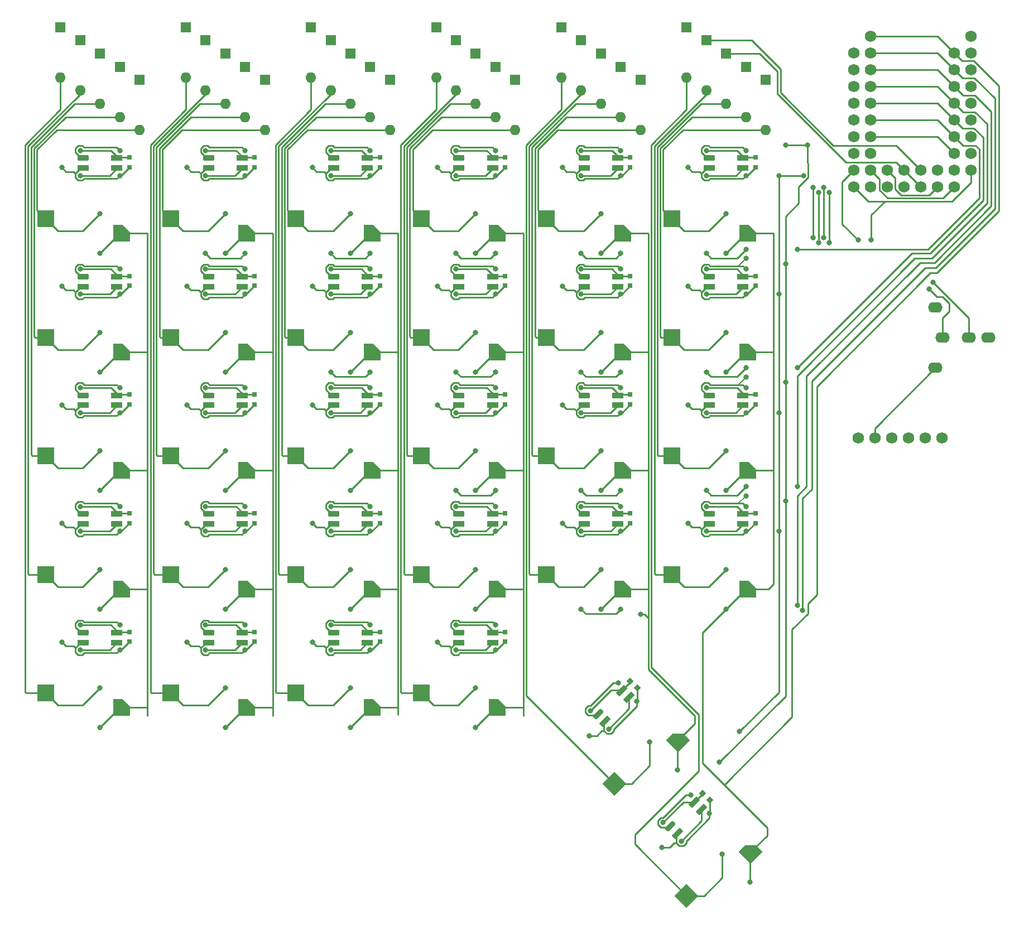
<source format=gbl>
G04 #@! TF.GenerationSoftware,KiCad,Pcbnew,(6.0.2)*
G04 #@! TF.CreationDate,2022-04-13T18:46:02+02:00*
G04 #@! TF.ProjectId,SPKB,53504b42-2e6b-4696-9361-645f70636258,rev?*
G04 #@! TF.SameCoordinates,Original*
G04 #@! TF.FileFunction,Copper,L2,Bot*
G04 #@! TF.FilePolarity,Positive*
%FSLAX46Y46*%
G04 Gerber Fmt 4.6, Leading zero omitted, Abs format (unit mm)*
G04 Created by KiCad (PCBNEW (6.0.2)) date 2022-04-13 18:46:02*
%MOMM*%
%LPD*%
G01*
G04 APERTURE LIST*
G04 Aperture macros list*
%AMRoundRect*
0 Rectangle with rounded corners*
0 $1 Rounding radius*
0 $2 $3 $4 $5 $6 $7 $8 $9 X,Y pos of 4 corners*
0 Add a 4 corners polygon primitive as box body*
4,1,4,$2,$3,$4,$5,$6,$7,$8,$9,$2,$3,0*
0 Add four circle primitives for the rounded corners*
1,1,$1+$1,$2,$3*
1,1,$1+$1,$4,$5*
1,1,$1+$1,$6,$7*
1,1,$1+$1,$8,$9*
0 Add four rect primitives between the rounded corners*
20,1,$1+$1,$2,$3,$4,$5,0*
20,1,$1+$1,$4,$5,$6,$7,0*
20,1,$1+$1,$6,$7,$8,$9,0*
20,1,$1+$1,$8,$9,$2,$3,0*%
%AMRotRect*
0 Rectangle, with rotation*
0 The origin of the aperture is its center*
0 $1 length*
0 $2 width*
0 $3 Rotation angle, in degrees counterclockwise*
0 Add horizontal line*
21,1,$1,$2,0,0,$3*%
%AMOutline5P*
0 Free polygon, 5 corners , with rotation*
0 The origin of the aperture is its center*
0 number of corners: always 5*
0 $1 to $10 corner X, Y*
0 $11 Rotation angle, in degrees counterclockwise*
0 create outline with 5 corners*
4,1,5,$1,$2,$3,$4,$5,$6,$7,$8,$9,$10,$1,$2,$11*%
%AMOutline6P*
0 Free polygon, 6 corners , with rotation*
0 The origin of the aperture is its center*
0 number of corners: always 6*
0 $1 to $12 corner X, Y*
0 $13 Rotation angle, in degrees counterclockwise*
0 create outline with 6 corners*
4,1,6,$1,$2,$3,$4,$5,$6,$7,$8,$9,$10,$11,$12,$1,$2,$13*%
%AMOutline7P*
0 Free polygon, 7 corners , with rotation*
0 The origin of the aperture is its center*
0 number of corners: always 7*
0 $1 to $14 corner X, Y*
0 $15 Rotation angle, in degrees counterclockwise*
0 create outline with 7 corners*
4,1,7,$1,$2,$3,$4,$5,$6,$7,$8,$9,$10,$11,$12,$13,$14,$1,$2,$15*%
%AMOutline8P*
0 Free polygon, 8 corners , with rotation*
0 The origin of the aperture is its center*
0 number of corners: always 8*
0 $1 to $16 corner X, Y*
0 $17 Rotation angle, in degrees counterclockwise*
0 create outline with 8 corners*
4,1,8,$1,$2,$3,$4,$5,$6,$7,$8,$9,$10,$11,$12,$13,$14,$15,$16,$1,$2,$17*%
G04 Aperture macros list end*
G04 #@! TA.AperFunction,ComponentPad*
%ADD10O,2.200000X1.600000*%
G04 #@! TD*
G04 #@! TA.AperFunction,SMDPad,CuDef*
%ADD11Outline5P,-1.300000X1.300000X0.130000X1.300000X1.300000X0.130000X1.300000X-1.300000X-1.300000X-1.300000X0.000000*%
G04 #@! TD*
G04 #@! TA.AperFunction,SMDPad,CuDef*
%ADD12R,2.600000X2.600000*%
G04 #@! TD*
G04 #@! TA.AperFunction,SMDPad,CuDef*
%ADD13RoundRect,0.205000X-0.645000X-0.205000X0.645000X-0.205000X0.645000X0.205000X-0.645000X0.205000X0*%
G04 #@! TD*
G04 #@! TA.AperFunction,SMDPad,CuDef*
%ADD14R,1.700000X0.820000*%
G04 #@! TD*
G04 #@! TA.AperFunction,SMDPad,CuDef*
%ADD15R,0.750000X0.800000*%
G04 #@! TD*
G04 #@! TA.AperFunction,ComponentPad*
%ADD16R,1.600000X1.600000*%
G04 #@! TD*
G04 #@! TA.AperFunction,ComponentPad*
%ADD17O,1.600000X1.600000*%
G04 #@! TD*
G04 #@! TA.AperFunction,ComponentPad*
%ADD18C,1.752600*%
G04 #@! TD*
G04 #@! TA.AperFunction,SMDPad,CuDef*
%ADD19Outline5P,-1.300000X1.300000X0.130000X1.300000X1.300000X0.130000X1.300000X-1.300000X-1.300000X-1.300000X45.000000*%
G04 #@! TD*
G04 #@! TA.AperFunction,SMDPad,CuDef*
%ADD20RotRect,2.600000X2.600000X45.000000*%
G04 #@! TD*
G04 #@! TA.AperFunction,SMDPad,CuDef*
%ADD21RoundRect,0.205000X-0.311127X-0.601041X0.601041X0.311127X0.311127X0.601041X-0.601041X-0.311127X0*%
G04 #@! TD*
G04 #@! TA.AperFunction,SMDPad,CuDef*
%ADD22RotRect,1.700000X0.820000X45.000000*%
G04 #@! TD*
G04 #@! TA.AperFunction,SMDPad,CuDef*
%ADD23RotRect,0.800000X0.750000X135.000000*%
G04 #@! TD*
G04 #@! TA.AperFunction,ViaPad*
%ADD24C,0.800000*%
G04 #@! TD*
G04 #@! TA.AperFunction,Conductor*
%ADD25C,0.250000*%
G04 #@! TD*
G04 #@! TA.AperFunction,Conductor*
%ADD26C,0.200000*%
G04 #@! TD*
G04 APERTURE END LIST*
D10*
X165700000Y-81400000D03*
X165700000Y-72200000D03*
X166800000Y-76800000D03*
X173800000Y-76800000D03*
X170800000Y-76800000D03*
D11*
X99275000Y-60950000D03*
D12*
X87725000Y-58750000D03*
D13*
X93450000Y-49560000D03*
D14*
X93450000Y-51060000D03*
D15*
X100450000Y-50950000D03*
D14*
X98550000Y-51060000D03*
X98550000Y-49560000D03*
D15*
X100450000Y-49450000D03*
D11*
X99275000Y-96950000D03*
D12*
X87725000Y-94750000D03*
D13*
X93450000Y-85560000D03*
D14*
X93450000Y-87060000D03*
D15*
X100450000Y-86950000D03*
D14*
X98550000Y-87060000D03*
X98550000Y-85560000D03*
D15*
X100450000Y-85450000D03*
D11*
X137275000Y-60950000D03*
D12*
X125725000Y-58750000D03*
D13*
X131450000Y-49560000D03*
D14*
X131450000Y-51060000D03*
D15*
X138450000Y-50950000D03*
D14*
X136550000Y-51060000D03*
X136550000Y-49560000D03*
D15*
X138450000Y-49450000D03*
D11*
X99275000Y-78950000D03*
D12*
X87725000Y-76750000D03*
D13*
X93450000Y-67560000D03*
D14*
X93450000Y-69060000D03*
D15*
X100450000Y-68950000D03*
D14*
X98550000Y-69060000D03*
X98550000Y-67560000D03*
D15*
X100450000Y-67450000D03*
D11*
X42275000Y-96950000D03*
D12*
X30725000Y-94750000D03*
D13*
X36450000Y-85560000D03*
D14*
X36450000Y-87060000D03*
D15*
X43450000Y-86950000D03*
D14*
X41550000Y-87060000D03*
X41550000Y-85560000D03*
D15*
X43450000Y-85450000D03*
D16*
X112000000Y-31690000D03*
D17*
X112000000Y-39310000D03*
D11*
X42275000Y-132950000D03*
D12*
X30725000Y-130750000D03*
D13*
X36450000Y-121560000D03*
D14*
X36450000Y-123060000D03*
D15*
X43450000Y-122950000D03*
D14*
X41550000Y-123060000D03*
X41550000Y-121560000D03*
D15*
X43450000Y-121450000D03*
D11*
X80275000Y-132950000D03*
D12*
X68725000Y-130750000D03*
D13*
X74450000Y-121560000D03*
D14*
X74450000Y-123060000D03*
D15*
X81450000Y-122950000D03*
D14*
X79550000Y-123060000D03*
X79550000Y-121560000D03*
D15*
X81450000Y-121450000D03*
D11*
X42275000Y-60950000D03*
D12*
X30725000Y-58750000D03*
D13*
X36450000Y-49560000D03*
D14*
X36450000Y-51060000D03*
D15*
X43450000Y-50950000D03*
D14*
X41550000Y-51060000D03*
X41550000Y-49560000D03*
D15*
X43450000Y-49450000D03*
D16*
X80000000Y-35690000D03*
D17*
X80000000Y-43310000D03*
D16*
X64000000Y-37690000D03*
D17*
X64000000Y-45310000D03*
D16*
X71000000Y-29690000D03*
D17*
X71000000Y-37310000D03*
D16*
X102000000Y-37690000D03*
D17*
X102000000Y-45310000D03*
D11*
X118275000Y-114950000D03*
D12*
X106725000Y-112750000D03*
D13*
X112450000Y-103560000D03*
D14*
X112450000Y-105060000D03*
D15*
X119450000Y-104950000D03*
D14*
X117550000Y-105060000D03*
X117550000Y-103560000D03*
D15*
X119450000Y-103450000D03*
D16*
X137000000Y-35690000D03*
D17*
X137000000Y-43310000D03*
D11*
X80275000Y-96950000D03*
D12*
X68725000Y-94750000D03*
D13*
X74450000Y-85560000D03*
D14*
X74450000Y-87060000D03*
D15*
X81450000Y-86950000D03*
D14*
X79550000Y-87060000D03*
X79550000Y-85560000D03*
D15*
X81450000Y-85450000D03*
D16*
X109000000Y-29690000D03*
D17*
X109000000Y-37310000D03*
D16*
X140000000Y-37690000D03*
D17*
X140000000Y-45310000D03*
D11*
X61275000Y-78950000D03*
D12*
X49725000Y-76750000D03*
D13*
X55450000Y-67560000D03*
D14*
X55450000Y-69060000D03*
D15*
X62450000Y-68950000D03*
D14*
X60550000Y-69060000D03*
X60550000Y-67560000D03*
D15*
X62450000Y-67450000D03*
D16*
X134000000Y-33690000D03*
D17*
X134000000Y-41310000D03*
D16*
X61000000Y-35690000D03*
D17*
X61000000Y-43310000D03*
D18*
X166700000Y-92000000D03*
X154000000Y-92000000D03*
X156540000Y-92000000D03*
X159080000Y-92000000D03*
X161620000Y-92000000D03*
X164160000Y-92000000D03*
D16*
X36000000Y-31690000D03*
D17*
X36000000Y-39310000D03*
D11*
X61275000Y-132950000D03*
D12*
X49725000Y-130750000D03*
D13*
X55450000Y-121560000D03*
D14*
X55450000Y-123060000D03*
D15*
X62450000Y-122950000D03*
D14*
X60550000Y-123060000D03*
X60550000Y-121560000D03*
D15*
X62450000Y-121450000D03*
D16*
X131000000Y-31690000D03*
D17*
X131000000Y-39310000D03*
D11*
X118275000Y-78950000D03*
D12*
X106725000Y-76750000D03*
D13*
X112450000Y-67560000D03*
D14*
X112450000Y-69060000D03*
D15*
X119450000Y-68950000D03*
D14*
X117550000Y-69060000D03*
X117550000Y-67560000D03*
D15*
X119450000Y-67450000D03*
D16*
X33000000Y-29690000D03*
D17*
X33000000Y-37310000D03*
D11*
X61275000Y-96950000D03*
D12*
X49725000Y-94750000D03*
D13*
X55450000Y-85560000D03*
D14*
X55450000Y-87060000D03*
D15*
X62450000Y-86950000D03*
D14*
X60550000Y-87060000D03*
X60550000Y-85560000D03*
D15*
X62450000Y-85450000D03*
D11*
X137275000Y-114950000D03*
D12*
X125725000Y-112750000D03*
D13*
X131450000Y-103560000D03*
D14*
X131450000Y-105060000D03*
D15*
X138450000Y-104950000D03*
D14*
X136550000Y-105060000D03*
X136550000Y-103560000D03*
D15*
X138450000Y-103450000D03*
D16*
X90000000Y-29690000D03*
D17*
X90000000Y-37310000D03*
D16*
X55000000Y-31690000D03*
D17*
X55000000Y-39310000D03*
D16*
X115000000Y-33690000D03*
D17*
X115000000Y-41310000D03*
D16*
X128000000Y-29690000D03*
D17*
X128000000Y-37310000D03*
D11*
X99275000Y-132950000D03*
D12*
X87725000Y-130750000D03*
D13*
X93450000Y-121560000D03*
D14*
X93450000Y-123060000D03*
D15*
X100450000Y-122950000D03*
D14*
X98550000Y-123060000D03*
X98550000Y-121560000D03*
D15*
X100450000Y-121450000D03*
D19*
X126723060Y-137891511D03*
D20*
X117000342Y-144502959D03*
D21*
X114550217Y-133956461D03*
D22*
X115610877Y-135017122D03*
D23*
X120482843Y-129989592D03*
D22*
X119217122Y-131410877D03*
X118156461Y-130350217D03*
D23*
X119422183Y-128928932D03*
D16*
X52000000Y-29690000D03*
D17*
X52000000Y-37310000D03*
D16*
X83000000Y-37690000D03*
D17*
X83000000Y-45310000D03*
D16*
X121000000Y-37690000D03*
D17*
X121000000Y-45310000D03*
D16*
X58000000Y-33690000D03*
D17*
X58000000Y-41310000D03*
D11*
X80275000Y-114950000D03*
D12*
X68725000Y-112750000D03*
D13*
X74450000Y-103560000D03*
D14*
X74450000Y-105060000D03*
D15*
X81450000Y-104950000D03*
D14*
X79550000Y-105060000D03*
X79550000Y-103560000D03*
D15*
X81450000Y-103450000D03*
D16*
X42000000Y-35690000D03*
D17*
X42000000Y-43310000D03*
D11*
X137275000Y-78950000D03*
D12*
X125725000Y-76750000D03*
D13*
X131450000Y-67560000D03*
D14*
X131450000Y-69060000D03*
D15*
X138450000Y-68950000D03*
D14*
X136550000Y-69060000D03*
X136550000Y-67560000D03*
D15*
X138450000Y-67450000D03*
D11*
X99275000Y-114950000D03*
D12*
X87725000Y-112750000D03*
D13*
X93450000Y-103560000D03*
D14*
X93450000Y-105060000D03*
D15*
X100450000Y-104950000D03*
D14*
X98550000Y-105060000D03*
X98550000Y-103560000D03*
D15*
X100450000Y-103450000D03*
D11*
X80275000Y-60950000D03*
D12*
X68725000Y-58750000D03*
D13*
X74450000Y-49560000D03*
D14*
X74450000Y-51060000D03*
D15*
X81450000Y-50950000D03*
D14*
X79550000Y-51060000D03*
X79550000Y-49560000D03*
D15*
X81450000Y-49450000D03*
D16*
X118000000Y-35690000D03*
D17*
X118000000Y-43310000D03*
D19*
X137723060Y-154891511D03*
D20*
X128000342Y-161502959D03*
D21*
X125550217Y-150956461D03*
D22*
X126610877Y-152017122D03*
D23*
X131482843Y-146989592D03*
D22*
X130217122Y-148410877D03*
X129156461Y-147350217D03*
D23*
X130422183Y-145928932D03*
D11*
X61275000Y-114950000D03*
D12*
X49725000Y-112750000D03*
D13*
X55450000Y-103560000D03*
D14*
X55450000Y-105060000D03*
D15*
X62450000Y-104950000D03*
D14*
X60550000Y-105060000D03*
X60550000Y-103560000D03*
D15*
X62450000Y-103450000D03*
D11*
X137275000Y-96950000D03*
D12*
X125725000Y-94750000D03*
D13*
X131450000Y-85560000D03*
D14*
X131450000Y-87060000D03*
D15*
X138450000Y-86950000D03*
D14*
X136550000Y-87060000D03*
X136550000Y-85560000D03*
D15*
X138450000Y-85450000D03*
D11*
X118275000Y-96950000D03*
D12*
X106725000Y-94750000D03*
D13*
X112450000Y-85560000D03*
D14*
X112450000Y-87060000D03*
D15*
X119450000Y-86950000D03*
D14*
X117550000Y-87060000D03*
X117550000Y-85560000D03*
D15*
X119450000Y-85450000D03*
D16*
X99000000Y-35690000D03*
D17*
X99000000Y-43310000D03*
D18*
X171160000Y-31050000D03*
X153380000Y-33590000D03*
X171160000Y-33590000D03*
X153380000Y-36130000D03*
X171160000Y-36130000D03*
X153380000Y-38670000D03*
X153380000Y-41210000D03*
X171160000Y-38670000D03*
X153380000Y-43750000D03*
X171160000Y-41210000D03*
X171160000Y-43750000D03*
X153380000Y-46290000D03*
X153380000Y-48830000D03*
X171160000Y-46290000D03*
X171160000Y-48830000D03*
X153380000Y-51370000D03*
X153380000Y-53910000D03*
X171160000Y-51370000D03*
X155920000Y-53910000D03*
X158460000Y-53910000D03*
X166080000Y-51370000D03*
X163540000Y-51370000D03*
X161000000Y-53910000D03*
X161000000Y-51370000D03*
X163540000Y-53910000D03*
X166080000Y-53910000D03*
X158460000Y-51370000D03*
X168620000Y-53910000D03*
X155920000Y-51370000D03*
X155920000Y-48830000D03*
X168620000Y-48830000D03*
X155920000Y-46290000D03*
X155920000Y-43750000D03*
X168620000Y-46290000D03*
X168620000Y-43750000D03*
X155920000Y-41210000D03*
X168620000Y-41210000D03*
X155920000Y-38670000D03*
X168620000Y-38670000D03*
X155920000Y-36130000D03*
X168620000Y-36130000D03*
X155920000Y-33590000D03*
X155920000Y-31050000D03*
X168620000Y-33590000D03*
X168620000Y-51370000D03*
D16*
X96000000Y-33690000D03*
D17*
X96000000Y-41310000D03*
D11*
X80275000Y-78950000D03*
D12*
X68725000Y-76750000D03*
D13*
X74450000Y-67560000D03*
D14*
X74450000Y-69060000D03*
D15*
X81450000Y-68950000D03*
D14*
X79550000Y-69060000D03*
X79550000Y-67560000D03*
D15*
X81450000Y-67450000D03*
D11*
X42275000Y-78950000D03*
D12*
X30725000Y-76750000D03*
D13*
X36450000Y-67560000D03*
D14*
X36450000Y-69060000D03*
D15*
X43450000Y-68950000D03*
D14*
X41550000Y-69060000D03*
X41550000Y-67560000D03*
D15*
X43450000Y-67450000D03*
D11*
X61275000Y-60950000D03*
D12*
X49725000Y-58750000D03*
D13*
X55450000Y-49560000D03*
D14*
X55450000Y-51060000D03*
D15*
X62450000Y-50950000D03*
D14*
X60550000Y-51060000D03*
X60550000Y-49560000D03*
D15*
X62450000Y-49450000D03*
D16*
X45000000Y-37690000D03*
D17*
X45000000Y-45310000D03*
D16*
X77000000Y-33690000D03*
D17*
X77000000Y-41310000D03*
D11*
X118275000Y-60950000D03*
D12*
X106725000Y-58750000D03*
D13*
X112450000Y-49560000D03*
D14*
X112450000Y-51060000D03*
D15*
X119450000Y-50950000D03*
D14*
X117550000Y-51060000D03*
X117550000Y-49560000D03*
D15*
X119450000Y-49450000D03*
D16*
X74000000Y-31690000D03*
D17*
X74000000Y-39310000D03*
D11*
X42275000Y-114950000D03*
D12*
X30725000Y-112750000D03*
D13*
X36450000Y-103560000D03*
D14*
X36450000Y-105060000D03*
D15*
X43450000Y-104950000D03*
D14*
X41550000Y-105060000D03*
X41550000Y-103560000D03*
D15*
X43450000Y-103450000D03*
D16*
X93000000Y-31690000D03*
D17*
X93000000Y-39310000D03*
D16*
X39000000Y-33690000D03*
D17*
X39000000Y-41310000D03*
D24*
X77000000Y-76000000D03*
X77000000Y-130000000D03*
X96000000Y-94000000D03*
X96000000Y-130000000D03*
X137600000Y-159400000D03*
X134000000Y-64000000D03*
X134000000Y-118000000D03*
X134000000Y-82000000D03*
X134000000Y-100000000D03*
X99000000Y-64000000D03*
X39000000Y-64000000D03*
X39000000Y-136000000D03*
X39000000Y-100000000D03*
X55000000Y-64000000D03*
X61000000Y-64000000D03*
X93000000Y-64000000D03*
X118000000Y-64000000D03*
X112000000Y-64000000D03*
X39000000Y-118000000D03*
X80000000Y-64000000D03*
X131000000Y-64000000D03*
X74000000Y-64000000D03*
X144800000Y-63400000D03*
X39000000Y-82000000D03*
X137000000Y-63400000D03*
X80000000Y-82000000D03*
X131000000Y-82000000D03*
X118000000Y-82000000D03*
X74000000Y-82000000D03*
X112000000Y-82000000D03*
X58000000Y-82000000D03*
X58000000Y-100000000D03*
X58000000Y-64000000D03*
X137000000Y-81400000D03*
X93000000Y-82000000D03*
X58000000Y-136000000D03*
X99000000Y-82000000D03*
X58000000Y-118000000D03*
X144800000Y-81400000D03*
X77000000Y-118000000D03*
X131000000Y-100000000D03*
X118000000Y-100000000D03*
X112000000Y-100000000D03*
X77000000Y-136000000D03*
X99000000Y-100000000D03*
X77000000Y-64000000D03*
X137000000Y-99400000D03*
X77000000Y-100000000D03*
X93000000Y-100000000D03*
X77000000Y-82000000D03*
X144800000Y-99400000D03*
X115000000Y-100000000D03*
X115000000Y-64000000D03*
X145600000Y-118200000D03*
X121000000Y-118800000D03*
X126600000Y-142400000D03*
X115000000Y-82000000D03*
X115000000Y-118000000D03*
X96000000Y-100000000D03*
X96000000Y-118000000D03*
X96000000Y-136000000D03*
X144800000Y-117400000D03*
X96000000Y-82000000D03*
X112000000Y-118000000D03*
X118000000Y-118000000D03*
X96000000Y-64000000D03*
X134000000Y-76000000D03*
X148000000Y-54800000D03*
X148000000Y-62400000D03*
X148800000Y-61600000D03*
X148800000Y-54000000D03*
X149600000Y-62400000D03*
X149600000Y-54800000D03*
X154000000Y-62000000D03*
X164800000Y-69400000D03*
X156000000Y-62000000D03*
X165400000Y-68400000D03*
X36000000Y-124200000D03*
X143000000Y-83600000D03*
X36000000Y-48400000D03*
X36000000Y-84400000D03*
X113400000Y-133400000D03*
X93000000Y-102400000D03*
X146324500Y-47600000D03*
X36000000Y-66400000D03*
X93000000Y-48400000D03*
X55000000Y-120400000D03*
X74000000Y-102400000D03*
X74000000Y-48400000D03*
X36000000Y-102400000D03*
X74000000Y-84400000D03*
X131000000Y-102400000D03*
X133000000Y-141200000D03*
X112000000Y-102400000D03*
X55000000Y-102400000D03*
X112000000Y-48400000D03*
X74000000Y-66400000D03*
X55000000Y-48400000D03*
X74000000Y-120400000D03*
X131000000Y-84400000D03*
X131000000Y-48400000D03*
X112000000Y-66400000D03*
X124400000Y-150400000D03*
X36000000Y-120400000D03*
X131000000Y-66400000D03*
X143000000Y-101600000D03*
X55000000Y-84400000D03*
X111997488Y-84399999D03*
X55000000Y-66400000D03*
X93000000Y-84400000D03*
X93000000Y-66400000D03*
X143000000Y-47600000D03*
X93000000Y-120400000D03*
X143000000Y-65600000D03*
X118000000Y-48400000D03*
X131000000Y-52200000D03*
X33200000Y-123000000D03*
X71200000Y-87000000D03*
X90200000Y-69000000D03*
X137000000Y-106200000D03*
X33200000Y-87000000D03*
X61000000Y-124200000D03*
X128200000Y-87000000D03*
X145724500Y-52200000D03*
X42000000Y-70200000D03*
X42000000Y-106200000D03*
X99000000Y-52200000D03*
X33200000Y-51000000D03*
X109197488Y-86999999D03*
X61000000Y-106200000D03*
X42000000Y-124200000D03*
X124200000Y-154200000D03*
X120400000Y-132000000D03*
X113200000Y-137200000D03*
X118000000Y-52200000D03*
X128200000Y-69000000D03*
X142000000Y-88200000D03*
X109200000Y-105000000D03*
X52200000Y-51000000D03*
X136000000Y-136600000D03*
X71200000Y-105000000D03*
X61000000Y-88200000D03*
X80000000Y-52200000D03*
X90200000Y-105000000D03*
X90200000Y-51000000D03*
X118000000Y-70200000D03*
X109200000Y-69000000D03*
X80000000Y-88200000D03*
X61000000Y-70200000D03*
X52200000Y-123000000D03*
X128200000Y-105000000D03*
X131400000Y-149000000D03*
X71200000Y-69000000D03*
X109200000Y-51000000D03*
X99000000Y-88200000D03*
X80000000Y-106200000D03*
X142000000Y-70200000D03*
X52200000Y-105000000D03*
X80000000Y-124200000D03*
X52200000Y-87000000D03*
X42000000Y-88200000D03*
X128200000Y-51000000D03*
X90200000Y-123000000D03*
X90200000Y-87000000D03*
X99000000Y-124200000D03*
X33200000Y-69000000D03*
X52200000Y-69000000D03*
X137000000Y-70200000D03*
X61000000Y-52200000D03*
X80000000Y-70200000D03*
X137000000Y-52200000D03*
X42000000Y-52200000D03*
X99000000Y-106200000D03*
X71200000Y-51000000D03*
X99000000Y-70200000D03*
X118000000Y-106200000D03*
X142000000Y-52200000D03*
X117997488Y-88199999D03*
X137000000Y-88200000D03*
X33200000Y-105000000D03*
X71200000Y-123000000D03*
X142000000Y-106200000D03*
X137000000Y-48400000D03*
X137000000Y-66400000D03*
X36000000Y-52200000D03*
X137000000Y-64800000D03*
X131000000Y-88200000D03*
X117997488Y-84399999D03*
X118000000Y-102400000D03*
X131000000Y-106200000D03*
X127200000Y-153200000D03*
X117600000Y-129200000D03*
X112000000Y-52200000D03*
X99000000Y-48400000D03*
X93000000Y-70200000D03*
X80000000Y-66400000D03*
X61000000Y-66400000D03*
X74000000Y-70200000D03*
X55000000Y-52200000D03*
X42000000Y-48400000D03*
X55000000Y-70200000D03*
X42000000Y-66400000D03*
X147200000Y-61600000D03*
X147200000Y-54000000D03*
X134000000Y-58000000D03*
X134000000Y-94000000D03*
X134000000Y-112000000D03*
X133400000Y-155200000D03*
X115000000Y-58000000D03*
X115000000Y-76000000D03*
X115000000Y-94000000D03*
X115000000Y-112000000D03*
X122400000Y-138200000D03*
X96000000Y-58000000D03*
X96000000Y-76000000D03*
X96000000Y-112000000D03*
X77000000Y-58000000D03*
X77000000Y-94000000D03*
X77000000Y-112000000D03*
X58000000Y-58000000D03*
X58000000Y-76000000D03*
X58000000Y-94000000D03*
X58000000Y-112000000D03*
X58000000Y-130000000D03*
X39000000Y-58000000D03*
X39000000Y-76000000D03*
X39000000Y-94000000D03*
X39000000Y-112000000D03*
X39000000Y-130000000D03*
X118000000Y-66400000D03*
X131000000Y-70200000D03*
X137000000Y-84400000D03*
X137000000Y-82800000D03*
X36000000Y-70200000D03*
X36000000Y-88200000D03*
X137000000Y-100800000D03*
X137000000Y-102400000D03*
X36000000Y-106200000D03*
X128600000Y-146200000D03*
X99000000Y-66400000D03*
X112000000Y-70200000D03*
X99000000Y-84400000D03*
X111997488Y-88199999D03*
X112000000Y-106200000D03*
X99000000Y-102400000D03*
X116200000Y-136200000D03*
X99000000Y-120400000D03*
X80000000Y-48400000D03*
X93000000Y-52200000D03*
X80000000Y-84400000D03*
X93000000Y-88200000D03*
X80000000Y-102400000D03*
X93000000Y-106200000D03*
X80000000Y-120400000D03*
X93000000Y-124200000D03*
X61000000Y-48400000D03*
X74000000Y-52200000D03*
X74000000Y-88200000D03*
X61000000Y-84400000D03*
X61000000Y-102400000D03*
X74000000Y-106200000D03*
X61000000Y-120400000D03*
X74000000Y-124200000D03*
X42000000Y-84400000D03*
X55000000Y-88200000D03*
X42000000Y-102400000D03*
X55000000Y-106200000D03*
X55000000Y-124200000D03*
X42000000Y-120400000D03*
D25*
X169830000Y-34800000D02*
X168620000Y-33590000D01*
X171600000Y-34800000D02*
X169830000Y-34800000D01*
X175400000Y-38600000D02*
X171600000Y-34800000D01*
X175400000Y-57600000D02*
X175400000Y-38600000D01*
X166000000Y-67000000D02*
X175400000Y-57600000D01*
X147800000Y-84200000D02*
X165000000Y-67000000D01*
X146400000Y-117200000D02*
X147800000Y-115800000D01*
X165000000Y-67000000D02*
X166000000Y-67000000D01*
X146400000Y-118700000D02*
X146400000Y-117200000D01*
X144000000Y-121100000D02*
X146400000Y-118700000D01*
X144000000Y-134400000D02*
X144000000Y-121100000D01*
X133700000Y-144700000D02*
X144000000Y-134400000D01*
X147800000Y-115800000D02*
X147800000Y-84200000D01*
X156540000Y-90560000D02*
X165700000Y-81400000D01*
X156540000Y-92000000D02*
X156540000Y-90560000D01*
X155920000Y-51370000D02*
X157259189Y-52709189D01*
X157259189Y-54407393D02*
X158501316Y-55649520D01*
X166880480Y-55649520D02*
X168620000Y-53910000D01*
X157259189Y-52709189D02*
X157259189Y-54407393D01*
X158501316Y-55649520D02*
X166880480Y-55649520D01*
X158460000Y-51370000D02*
X159660811Y-52570811D01*
X159660811Y-54269015D02*
X160591796Y-55200000D01*
X164790000Y-55200000D02*
X166080000Y-53910000D01*
X159660811Y-52570811D02*
X159660811Y-54269015D01*
X160591796Y-55200000D02*
X164790000Y-55200000D01*
X161000000Y-51370000D02*
X159799189Y-50169189D01*
X159799189Y-50169189D02*
X152169189Y-50169189D01*
X139090000Y-33690000D02*
X134000000Y-33690000D01*
X141800000Y-36400000D02*
X139090000Y-33690000D01*
X152169189Y-50169189D02*
X141800000Y-39800000D01*
X141800000Y-39800000D02*
X141800000Y-36400000D01*
X161000000Y-51370000D02*
X163540000Y-53910000D01*
X159799189Y-47629189D02*
X163540000Y-51370000D01*
X150264907Y-47629189D02*
X159799189Y-47629189D01*
X142249520Y-39613802D02*
X150264907Y-47629189D01*
X137890000Y-31690000D02*
X142249520Y-36049520D01*
X131000000Y-31690000D02*
X137890000Y-31690000D01*
X142249520Y-36049520D02*
X142249520Y-39613802D01*
X71797154Y-43310000D02*
X67000000Y-48107154D01*
X67148209Y-76746997D02*
X68723209Y-76746997D01*
X66998209Y-48104151D02*
X66998209Y-61357440D01*
X66996289Y-76595077D02*
X67148209Y-76746997D01*
X66996289Y-61359360D02*
X66996289Y-76595077D01*
X77000000Y-76000000D02*
X74375479Y-78624521D01*
X80000000Y-43310000D02*
X71797154Y-43310000D01*
X70599521Y-78624521D02*
X68725000Y-76750000D01*
X74375479Y-78624521D02*
X70599521Y-78624521D01*
X66998209Y-61357440D02*
X66996289Y-61359360D01*
X65797729Y-130746997D02*
X65647729Y-130596997D01*
X65647729Y-56947477D02*
X65647729Y-56347477D01*
X71000000Y-39000000D02*
X71000000Y-37310000D01*
X65647729Y-56947477D02*
X65647729Y-47547477D01*
X68723209Y-130746997D02*
X65797729Y-130746997D01*
X71000000Y-42200000D02*
X71000000Y-39000000D01*
X65647729Y-130596997D02*
X65647729Y-56947477D01*
X74375479Y-132624521D02*
X70599521Y-132624521D01*
X70599521Y-132624521D02*
X68725000Y-130750000D01*
X77000000Y-130000000D02*
X74375479Y-132624521D01*
X65649520Y-47550480D02*
X71000000Y-42200000D01*
X85548560Y-47922876D02*
X85548560Y-94600000D01*
X96000000Y-41310000D02*
X92161436Y-41310000D01*
X92161436Y-41310000D02*
X85548560Y-47922876D01*
X89599521Y-96624521D02*
X87725000Y-94750000D01*
X85548560Y-94600000D02*
X85698560Y-94750000D01*
X85698560Y-94750000D02*
X87725000Y-94750000D01*
X93375479Y-96624521D02*
X89599521Y-96624521D01*
X96000000Y-94000000D02*
X93375479Y-96624521D01*
X89599521Y-132624521D02*
X87725000Y-130750000D01*
X90000000Y-42200000D02*
X90000000Y-39000000D01*
X84799520Y-130750000D02*
X84649520Y-130600000D01*
X84649520Y-47550480D02*
X90000000Y-42200000D01*
X93375479Y-132624521D02*
X89599521Y-132624521D01*
X84649520Y-130600000D02*
X84649520Y-56950480D01*
X84649520Y-56950480D02*
X84649520Y-56350480D01*
X84649520Y-56950480D02*
X84649520Y-47550480D01*
X90000000Y-39000000D02*
X90000000Y-37310000D01*
X87725000Y-130750000D02*
X84799520Y-130750000D01*
X96000000Y-130000000D02*
X93375479Y-132624521D01*
X140450000Y-114950000D02*
X141200000Y-114200000D01*
X137275000Y-78950000D02*
X141150000Y-78950000D01*
X140450000Y-114950000D02*
X137275000Y-114950000D01*
X137050000Y-78950000D02*
X137275000Y-78950000D01*
X134000000Y-64000000D02*
X137050000Y-60950000D01*
X130400000Y-141400000D02*
X130400000Y-121600000D01*
X141150000Y-78950000D02*
X141200000Y-79000000D01*
X166080000Y-31050000D02*
X168620000Y-33590000D01*
X140200000Y-151200000D02*
X133700000Y-144700000D01*
X130400000Y-121600000D02*
X134000000Y-118000000D01*
X133700000Y-144700000D02*
X130400000Y-141400000D01*
X141150000Y-96950000D02*
X141200000Y-97000000D01*
X141200000Y-97000000D02*
X141200000Y-114200000D01*
X137275000Y-60950000D02*
X141150000Y-60950000D01*
X137723060Y-154891511D02*
X140200000Y-152414571D01*
X137723060Y-154891511D02*
X137708489Y-154891511D01*
X137275000Y-96950000D02*
X141150000Y-96950000D01*
X137050000Y-96950000D02*
X137275000Y-96950000D01*
X141200000Y-61000000D02*
X141200000Y-79000000D01*
X134000000Y-100000000D02*
X137050000Y-96950000D01*
X137050000Y-114950000D02*
X137275000Y-114950000D01*
X134000000Y-118000000D02*
X137050000Y-114950000D01*
X155920000Y-31050000D02*
X166080000Y-31050000D01*
X137600000Y-155000000D02*
X137600000Y-159400000D01*
X134000000Y-82000000D02*
X137050000Y-78950000D01*
X137050000Y-60950000D02*
X137275000Y-60950000D01*
X137708489Y-154891511D02*
X137600000Y-155000000D01*
X141200000Y-79000000D02*
X141200000Y-97000000D01*
X140200000Y-152414571D02*
X140200000Y-151200000D01*
X141150000Y-60950000D02*
X141200000Y-61000000D01*
X46200000Y-97000000D02*
X46200000Y-115000000D01*
X42275000Y-114950000D02*
X46150000Y-114950000D01*
X46150000Y-78950000D02*
X46200000Y-79000000D01*
X55724511Y-64724511D02*
X60275489Y-64724511D01*
X39000000Y-64000000D02*
X42050000Y-60950000D01*
X42050000Y-96950000D02*
X42275000Y-96950000D01*
X42275000Y-132950000D02*
X46150000Y-132950000D01*
X171843291Y-47629189D02*
X172400000Y-48185898D01*
X42275000Y-60950000D02*
X46150000Y-60950000D01*
X168620000Y-46290000D02*
X169959189Y-47629189D01*
X55000000Y-64000000D02*
X55724511Y-64724511D01*
X79275489Y-64724511D02*
X80000000Y-64000000D01*
X46200000Y-115000000D02*
X46200000Y-133000000D01*
X98275489Y-64724511D02*
X99000000Y-64000000D01*
X42275000Y-78950000D02*
X46150000Y-78950000D01*
X42050000Y-60950000D02*
X42275000Y-60950000D01*
X131724511Y-64724511D02*
X135675489Y-64724511D01*
X46200000Y-133000000D02*
X46200000Y-134200000D01*
X60275489Y-64724511D02*
X61000000Y-64000000D01*
X172400000Y-55600000D02*
X164600000Y-63400000D01*
X112000000Y-64000000D02*
X112724511Y-64724511D01*
X164600000Y-63400000D02*
X144800000Y-63400000D01*
X155920000Y-43750000D02*
X166080000Y-43750000D01*
X131000000Y-64000000D02*
X131724511Y-64724511D01*
X112724511Y-64724511D02*
X117275489Y-64724511D01*
X172400000Y-48185898D02*
X172400000Y-55600000D01*
X74000000Y-64000000D02*
X74724511Y-64724511D01*
X42275000Y-96950000D02*
X46150000Y-96950000D01*
X93000000Y-64000000D02*
X93724511Y-64724511D01*
X117275489Y-64724511D02*
X118000000Y-64000000D01*
X42050000Y-78950000D02*
X42275000Y-78950000D01*
X42050000Y-114950000D02*
X42275000Y-114950000D01*
X46150000Y-132950000D02*
X46200000Y-133000000D01*
X39000000Y-118000000D02*
X42050000Y-114950000D01*
X135675489Y-64724511D02*
X137000000Y-63400000D01*
X39000000Y-100000000D02*
X42050000Y-96950000D01*
X166080000Y-43750000D02*
X168620000Y-46290000D01*
X46200000Y-79000000D02*
X46200000Y-97000000D01*
X169959189Y-47629189D02*
X171843291Y-47629189D01*
X74724511Y-64724511D02*
X79275489Y-64724511D01*
X46150000Y-60950000D02*
X46200000Y-61000000D01*
X39000000Y-136000000D02*
X42050000Y-132950000D01*
X42050000Y-132950000D02*
X42275000Y-132950000D01*
X39000000Y-82000000D02*
X42050000Y-78950000D01*
X46150000Y-96950000D02*
X46200000Y-97000000D01*
X46150000Y-114950000D02*
X46200000Y-115000000D01*
X46200000Y-61000000D02*
X46200000Y-79000000D01*
X93724511Y-64724511D02*
X98275489Y-64724511D01*
X61275000Y-132950000D02*
X65150000Y-132950000D01*
X155920000Y-41210000D02*
X166080000Y-41210000D01*
X65200000Y-97000000D02*
X65200000Y-115000000D01*
X61275000Y-114950000D02*
X65150000Y-114950000D01*
X173000000Y-56000000D02*
X165000000Y-64000000D01*
X112000000Y-82000000D02*
X112724511Y-82724511D01*
X79275489Y-82724511D02*
X80000000Y-82000000D01*
X117275489Y-82724511D02*
X118000000Y-82000000D01*
X65200000Y-115000000D02*
X65200000Y-133000000D01*
X74000000Y-82000000D02*
X74724511Y-82724511D01*
X169870000Y-45000000D02*
X171600000Y-45000000D01*
X135675489Y-82724511D02*
X137000000Y-81400000D01*
X93000000Y-82000000D02*
X93724511Y-82724511D01*
X171600000Y-45000000D02*
X173000000Y-46400000D01*
X98275489Y-82724511D02*
X99000000Y-82000000D01*
X61275000Y-60950000D02*
X65150000Y-60950000D01*
X112724511Y-82724511D02*
X117275489Y-82724511D01*
X61275000Y-78950000D02*
X65150000Y-78950000D01*
X65150000Y-96950000D02*
X65200000Y-97000000D01*
X61275000Y-96950000D02*
X65150000Y-96950000D01*
X65200000Y-133000000D02*
X65200000Y-134200000D01*
X173000000Y-46400000D02*
X173000000Y-56000000D01*
X93724511Y-82724511D02*
X98275489Y-82724511D01*
X58000000Y-64000000D02*
X61050000Y-60950000D01*
X74724511Y-82724511D02*
X79275489Y-82724511D01*
X61050000Y-114950000D02*
X61275000Y-114950000D01*
X65150000Y-60950000D02*
X65200000Y-61000000D01*
X65200000Y-79000000D02*
X65200000Y-97000000D01*
X168620000Y-43750000D02*
X169870000Y-45000000D01*
X61050000Y-60950000D02*
X61275000Y-60950000D01*
X61050000Y-78950000D02*
X61275000Y-78950000D01*
X162200000Y-64000000D02*
X144800000Y-81400000D01*
X165000000Y-64000000D02*
X162200000Y-64000000D01*
X131724511Y-82724511D02*
X135675489Y-82724511D01*
X58000000Y-100000000D02*
X61050000Y-96950000D01*
X58000000Y-136000000D02*
X61050000Y-132950000D01*
X65150000Y-78950000D02*
X65200000Y-79000000D01*
X58000000Y-118000000D02*
X61050000Y-114950000D01*
X131000000Y-82000000D02*
X131724511Y-82724511D01*
X58000000Y-82000000D02*
X61050000Y-78950000D01*
X65200000Y-61000000D02*
X65200000Y-79000000D01*
X166080000Y-41210000D02*
X168620000Y-43750000D01*
X61050000Y-132950000D02*
X61275000Y-132950000D01*
X61050000Y-96950000D02*
X61275000Y-96950000D01*
X65150000Y-114950000D02*
X65200000Y-115000000D01*
X65150000Y-132950000D02*
X65200000Y-133000000D01*
X84200000Y-61000000D02*
X84200000Y-79000000D01*
X166080000Y-38670000D02*
X168620000Y-41210000D01*
X171749189Y-42549189D02*
X169959189Y-42549189D01*
X135675489Y-100724511D02*
X137000000Y-99400000D01*
X80275000Y-60950000D02*
X84150000Y-60950000D01*
X80050000Y-78950000D02*
X80275000Y-78950000D01*
X80275000Y-132950000D02*
X84150000Y-132950000D01*
X80275000Y-78950000D02*
X84150000Y-78950000D01*
X173600000Y-56400000D02*
X173600000Y-44400000D01*
X84200000Y-97000000D02*
X84200000Y-115000000D01*
X144800000Y-82600000D02*
X162600000Y-64800000D01*
X80050000Y-60950000D02*
X80275000Y-60950000D01*
X155920000Y-38670000D02*
X166080000Y-38670000D01*
X84150000Y-60950000D02*
X84200000Y-61000000D01*
X112000000Y-100000000D02*
X112724511Y-100724511D01*
X84200000Y-79000000D02*
X84200000Y-97000000D01*
X80050000Y-114950000D02*
X80275000Y-114950000D01*
X93000000Y-100000000D02*
X93724511Y-100724511D01*
X169959189Y-42549189D02*
X168620000Y-41210000D01*
X98275489Y-100724511D02*
X99000000Y-100000000D01*
X165200000Y-64800000D02*
X173600000Y-56400000D01*
X77000000Y-118000000D02*
X80050000Y-114950000D01*
X131000000Y-100000000D02*
X131724511Y-100724511D01*
X80275000Y-96950000D02*
X84150000Y-96950000D01*
X80050000Y-96950000D02*
X80275000Y-96950000D01*
X84200000Y-133000000D02*
X84200000Y-134000000D01*
X112724511Y-100724511D02*
X117275489Y-100724511D01*
X162600000Y-64800000D02*
X165200000Y-64800000D01*
X144800000Y-99400000D02*
X144800000Y-82600000D01*
X131000000Y-100000000D02*
X131724511Y-100724511D01*
X77000000Y-64000000D02*
X80050000Y-60950000D01*
X84150000Y-78950000D02*
X84200000Y-79000000D01*
X77000000Y-136000000D02*
X80050000Y-132950000D01*
X84150000Y-96950000D02*
X84200000Y-97000000D01*
X84150000Y-132950000D02*
X84200000Y-133000000D01*
X80275000Y-114950000D02*
X84150000Y-114950000D01*
X80050000Y-132950000D02*
X80275000Y-132950000D01*
X84200000Y-115000000D02*
X84200000Y-133000000D01*
X84150000Y-114950000D02*
X84200000Y-115000000D01*
X93724511Y-100724511D02*
X98275489Y-100724511D01*
X173600000Y-44400000D02*
X171749189Y-42549189D01*
X77000000Y-82000000D02*
X80050000Y-78950000D01*
X117275489Y-100724511D02*
X118000000Y-100000000D01*
X77000000Y-100000000D02*
X80050000Y-96950000D01*
X131724511Y-100724511D02*
X135675489Y-100724511D01*
X122200000Y-97000000D02*
X122200000Y-115000000D01*
X118275000Y-60950000D02*
X122150000Y-60950000D01*
X122150000Y-60950000D02*
X122200000Y-61000000D01*
X169890000Y-37400000D02*
X168620000Y-36130000D01*
X118050000Y-60950000D02*
X118275000Y-60950000D01*
X118275000Y-114950000D02*
X122150000Y-114950000D01*
X122200000Y-127200000D02*
X122200000Y-119400000D01*
X164200000Y-66200000D02*
X165800000Y-66200000D01*
X115000000Y-82000000D02*
X118050000Y-78950000D01*
X174800000Y-40505898D02*
X171694102Y-37400000D01*
X145600000Y-101200000D02*
X147000000Y-99800000D01*
X118275000Y-96950000D02*
X122150000Y-96950000D01*
X118050000Y-114950000D02*
X118275000Y-114950000D01*
X147000000Y-83400000D02*
X164200000Y-66200000D01*
X121600000Y-118800000D02*
X121000000Y-118800000D01*
X122200000Y-119400000D02*
X121600000Y-118800000D01*
X118050000Y-96950000D02*
X118275000Y-96950000D01*
X126723060Y-137891511D02*
X129200000Y-135414571D01*
X166080000Y-33590000D02*
X168620000Y-36130000D01*
X126723060Y-137891511D02*
X126708489Y-137891511D01*
X122200000Y-119400000D02*
X122200000Y-115000000D01*
X118275000Y-78950000D02*
X122150000Y-78950000D01*
X126600000Y-138000000D02*
X126600000Y-142400000D01*
X126708489Y-137891511D02*
X126600000Y-138000000D01*
X122200000Y-79000000D02*
X122200000Y-97000000D01*
X155920000Y-33590000D02*
X166080000Y-33590000D01*
X129200000Y-135414571D02*
X129200000Y-134200000D01*
X122150000Y-78950000D02*
X122200000Y-79000000D01*
X147000000Y-99800000D02*
X147000000Y-83400000D01*
X129200000Y-134200000D02*
X122200000Y-127200000D01*
X122150000Y-96950000D02*
X122200000Y-97000000D01*
X174800000Y-57200000D02*
X174800000Y-40505898D01*
X115000000Y-118000000D02*
X118050000Y-114950000D01*
X115000000Y-64000000D02*
X118050000Y-60950000D01*
X145600000Y-118200000D02*
X145600000Y-101200000D01*
X115000000Y-100000000D02*
X118050000Y-96950000D01*
X118050000Y-78950000D02*
X118275000Y-78950000D01*
X122150000Y-114950000D02*
X122200000Y-115000000D01*
X122200000Y-61000000D02*
X122200000Y-79000000D01*
X171694102Y-37400000D02*
X169890000Y-37400000D01*
X165800000Y-66200000D02*
X174800000Y-57200000D01*
X99275000Y-60950000D02*
X103150000Y-60950000D01*
X103200000Y-79000000D02*
X103200000Y-97000000D01*
X146200000Y-99400000D02*
X146200000Y-82600000D01*
X99050000Y-96950000D02*
X99275000Y-96950000D01*
X96000000Y-100000000D02*
X99050000Y-96950000D01*
X96000000Y-118000000D02*
X99050000Y-114950000D01*
X103200000Y-133000000D02*
X103200000Y-134200000D01*
X103200000Y-97000000D02*
X103200000Y-115000000D01*
X99275000Y-132950000D02*
X103150000Y-132950000D01*
X174200000Y-56800000D02*
X174200000Y-42475898D01*
X103150000Y-114950000D02*
X103200000Y-115000000D01*
X99050000Y-78950000D02*
X99275000Y-78950000D01*
X99050000Y-132950000D02*
X99275000Y-132950000D01*
X117275489Y-118724511D02*
X118000000Y-118000000D01*
X169950000Y-40000000D02*
X168620000Y-38670000D01*
X99275000Y-96950000D02*
X103150000Y-96950000D01*
X103150000Y-60950000D02*
X103200000Y-61000000D01*
X171724102Y-40000000D02*
X169950000Y-40000000D01*
X103200000Y-115000000D02*
X103200000Y-133000000D01*
X112724511Y-118724511D02*
X117275489Y-118724511D01*
X155920000Y-36130000D02*
X166080000Y-36130000D01*
X96000000Y-64000000D02*
X99050000Y-60950000D01*
X96000000Y-136000000D02*
X99050000Y-132950000D01*
X99275000Y-114950000D02*
X103150000Y-114950000D01*
X165600000Y-65400000D02*
X174200000Y-56800000D01*
X163400000Y-65400000D02*
X165600000Y-65400000D01*
X103150000Y-78950000D02*
X103200000Y-79000000D01*
X112000000Y-118000000D02*
X112724511Y-118724511D01*
X144800000Y-117400000D02*
X144800000Y-100800000D01*
X144800000Y-100800000D02*
X146200000Y-99400000D01*
X103200000Y-61000000D02*
X103200000Y-79000000D01*
X99275000Y-78950000D02*
X103150000Y-78950000D01*
X146200000Y-82600000D02*
X163400000Y-65400000D01*
X99050000Y-60950000D02*
X99275000Y-60950000D01*
X96000000Y-82000000D02*
X99050000Y-78950000D01*
X99050000Y-114950000D02*
X99275000Y-114950000D01*
X103150000Y-132950000D02*
X103200000Y-133000000D01*
X174200000Y-42475898D02*
X171724102Y-40000000D01*
X103150000Y-96950000D02*
X103200000Y-97000000D01*
X166080000Y-36130000D02*
X168620000Y-38670000D01*
X128797154Y-43310000D02*
X123998080Y-48109074D01*
X124150000Y-76750000D02*
X125725000Y-76750000D01*
X134000000Y-76000000D02*
X131375479Y-78624521D01*
X127599521Y-78624521D02*
X125725000Y-76750000D01*
X131375479Y-78624521D02*
X127599521Y-78624521D01*
X123998080Y-48109074D02*
X123998080Y-76598080D01*
X123998080Y-76598080D02*
X124150000Y-76750000D01*
X137000000Y-43310000D02*
X128797154Y-43310000D01*
X148000000Y-62400000D02*
X148000000Y-54800000D01*
X148800000Y-54000000D02*
X148800000Y-61600000D01*
X149600000Y-62400000D02*
X149600000Y-54800000D01*
X153380000Y-51370000D02*
X151600000Y-53150000D01*
X151600000Y-53150000D02*
X151600000Y-58400000D01*
X166800000Y-73800000D02*
X166800000Y-76800000D01*
X166800000Y-70600000D02*
X167800000Y-71600000D01*
X164800000Y-69400000D02*
X166000000Y-70600000D01*
X167800000Y-71600000D02*
X167800000Y-72800000D01*
X151600000Y-59600000D02*
X154000000Y-62000000D01*
X167800000Y-72800000D02*
X166800000Y-73800000D01*
X151600000Y-58400000D02*
X151600000Y-59600000D01*
X166000000Y-70600000D02*
X166800000Y-70600000D01*
X153380000Y-53910000D02*
X155569040Y-56099040D01*
X156000000Y-58200000D02*
X156000000Y-62000000D01*
X165400000Y-68400000D02*
X170800000Y-73800000D01*
X155569040Y-56099040D02*
X158100960Y-56099040D01*
X171160000Y-53240000D02*
X171160000Y-51370000D01*
X168300960Y-56099040D02*
X171160000Y-53240000D01*
X158100960Y-56099040D02*
X168300960Y-56099040D01*
X170800000Y-73800000D02*
X170800000Y-76800000D01*
X158100960Y-56099040D02*
X156000000Y-58200000D01*
X155920000Y-46290000D02*
X166080000Y-46290000D01*
X41550000Y-123136804D02*
X41550000Y-123060000D01*
X166080000Y-46290000D02*
X168620000Y-48830000D01*
X36000000Y-124200000D02*
X40486804Y-124200000D01*
X40486804Y-124200000D02*
X41550000Y-123136804D01*
X138450000Y-85450000D02*
X136660000Y-85450000D01*
X62450000Y-121450000D02*
X60660000Y-121450000D01*
X112000000Y-102400000D02*
X116666804Y-102400000D01*
X143000000Y-131200000D02*
X143000000Y-101600000D01*
X40666804Y-102400000D02*
X41550000Y-103283196D01*
X36000000Y-102400000D02*
X40666804Y-102400000D01*
X81450000Y-49450000D02*
X79660000Y-49450000D01*
X146324500Y-50249000D02*
X146449011Y-50373511D01*
X60550000Y-49283196D02*
X60550000Y-49560000D01*
X41660000Y-103450000D02*
X41550000Y-103560000D01*
X60660000Y-49450000D02*
X60550000Y-49560000D01*
X55000000Y-84400000D02*
X59666804Y-84400000D01*
X146449011Y-50373511D02*
X146449011Y-52500103D01*
X79550000Y-49283196D02*
X79550000Y-49560000D01*
X79660000Y-103450000D02*
X79550000Y-103560000D01*
X117660000Y-49450000D02*
X117550000Y-49560000D01*
X81450000Y-67450000D02*
X79660000Y-67450000D01*
X78666804Y-120400000D02*
X79550000Y-121283196D01*
X131000000Y-84400000D02*
X135666804Y-84400000D01*
X79660000Y-85450000D02*
X79550000Y-85560000D01*
X124400000Y-150400000D02*
X127504092Y-147295908D01*
X79550000Y-103283196D02*
X79550000Y-103560000D01*
X97666804Y-120400000D02*
X98550000Y-121283196D01*
X41550000Y-49283196D02*
X41550000Y-49560000D01*
X79550000Y-67283196D02*
X79550000Y-67560000D01*
X98660000Y-85450000D02*
X98550000Y-85560000D01*
X116664292Y-84399999D02*
X117547488Y-85283195D01*
X116666804Y-48400000D02*
X117550000Y-49283196D01*
X60550000Y-121283196D02*
X60550000Y-121560000D01*
X81450000Y-103450000D02*
X79660000Y-103450000D01*
X79660000Y-121450000D02*
X79550000Y-121560000D01*
X41660000Y-121450000D02*
X41550000Y-121560000D01*
X131000000Y-48400000D02*
X135666804Y-48400000D01*
X74000000Y-84400000D02*
X78666804Y-84400000D01*
X130422183Y-146084495D02*
X129156461Y-147350217D01*
X60660000Y-103450000D02*
X60550000Y-103560000D01*
X98660000Y-49450000D02*
X98550000Y-49560000D01*
X97666804Y-66400000D02*
X98550000Y-67283196D01*
X59666804Y-102400000D02*
X60550000Y-103283196D01*
X40666804Y-66400000D02*
X41550000Y-67283196D01*
X117550000Y-103283196D02*
X117550000Y-103560000D01*
X136550000Y-103283196D02*
X136550000Y-103560000D01*
X113400000Y-133400000D02*
X116504092Y-130295908D01*
X62450000Y-67450000D02*
X60660000Y-67450000D01*
X79550000Y-121283196D02*
X79550000Y-121560000D01*
X145000000Y-53949114D02*
X145000000Y-56400000D01*
X136550000Y-49283196D02*
X136550000Y-49560000D01*
X116666804Y-66400000D02*
X117550000Y-67283196D01*
X145000000Y-56400000D02*
X143000000Y-58400000D01*
X36000000Y-66400000D02*
X40666804Y-66400000D01*
X43450000Y-85450000D02*
X41660000Y-85450000D01*
X62450000Y-103450000D02*
X60660000Y-103450000D01*
X117660000Y-67450000D02*
X117550000Y-67560000D01*
X111997488Y-84399999D02*
X116664292Y-84399999D01*
X136550000Y-67283196D02*
X136550000Y-67560000D01*
X136660000Y-49450000D02*
X136550000Y-49560000D01*
X60550000Y-85283196D02*
X60550000Y-85560000D01*
X59666804Y-48400000D02*
X60550000Y-49283196D01*
X78666804Y-102400000D02*
X79550000Y-103283196D01*
X60660000Y-67450000D02*
X60550000Y-67560000D01*
X93000000Y-102400000D02*
X97666804Y-102400000D01*
X117547488Y-85283195D02*
X117547488Y-85559999D01*
X133000000Y-141200000D02*
X143000000Y-131200000D01*
X62450000Y-85450000D02*
X60660000Y-85450000D01*
X41550000Y-67283196D02*
X41550000Y-67560000D01*
X81450000Y-121450000D02*
X79660000Y-121450000D01*
X119447488Y-85449999D02*
X117657488Y-85449999D01*
X97666804Y-102400000D02*
X98550000Y-103283196D01*
X43450000Y-121450000D02*
X41660000Y-121450000D01*
X78666804Y-84400000D02*
X79550000Y-85283196D01*
X59666804Y-66400000D02*
X60550000Y-67283196D01*
X98550000Y-85283196D02*
X98550000Y-85560000D01*
X79660000Y-67450000D02*
X79550000Y-67560000D01*
X143000000Y-101600000D02*
X143000000Y-83600000D01*
X55000000Y-66400000D02*
X59666804Y-66400000D01*
X59666804Y-120400000D02*
X60550000Y-121283196D01*
X93000000Y-66400000D02*
X97666804Y-66400000D01*
X78666804Y-48400000D02*
X79550000Y-49283196D01*
X98550000Y-103283196D02*
X98550000Y-103560000D01*
X98550000Y-121283196D02*
X98550000Y-121560000D01*
X97666804Y-48400000D02*
X98550000Y-49283196D01*
X55000000Y-48400000D02*
X59666804Y-48400000D01*
X119450000Y-103450000D02*
X117660000Y-103450000D01*
X131000000Y-66400000D02*
X135666804Y-66400000D01*
X136660000Y-85450000D02*
X136550000Y-85560000D01*
X135666804Y-84400000D02*
X136550000Y-85283196D01*
X41550000Y-121283196D02*
X41550000Y-121560000D01*
X93000000Y-120400000D02*
X97666804Y-120400000D01*
X118102152Y-130295908D02*
X118156461Y-130350217D01*
X60550000Y-103283196D02*
X60550000Y-103560000D01*
X41550000Y-103283196D02*
X41550000Y-103560000D01*
X98660000Y-103450000D02*
X98550000Y-103560000D01*
X112000000Y-66400000D02*
X116666804Y-66400000D01*
X62450000Y-49450000D02*
X60660000Y-49450000D01*
X93000000Y-84400000D02*
X97666804Y-84400000D01*
X119422183Y-129084495D02*
X118156461Y-130350217D01*
X116504092Y-130295908D02*
X118102152Y-130295908D01*
X100450000Y-121450000D02*
X98660000Y-121450000D01*
X93000000Y-48400000D02*
X97666804Y-48400000D01*
X41550000Y-85283196D02*
X41550000Y-85560000D01*
X55000000Y-120400000D02*
X59666804Y-120400000D01*
X59666804Y-84400000D02*
X60550000Y-85283196D01*
X74000000Y-66400000D02*
X78666804Y-66400000D01*
X131000000Y-102400000D02*
X135666804Y-102400000D01*
X117660000Y-103450000D02*
X117550000Y-103560000D01*
X119450000Y-49450000D02*
X117660000Y-49450000D01*
X146324500Y-47600000D02*
X143000000Y-47600000D01*
X36000000Y-120400000D02*
X40666804Y-120400000D01*
X119422183Y-128928932D02*
X119422183Y-129084495D01*
X143000000Y-58400000D02*
X143000000Y-65600000D01*
X135666804Y-102400000D02*
X136550000Y-103283196D01*
X98660000Y-67450000D02*
X98550000Y-67560000D01*
X130422183Y-145928932D02*
X130422183Y-146084495D01*
X136660000Y-67450000D02*
X136550000Y-67560000D01*
X146449011Y-52500103D02*
X145000000Y-53949114D01*
X74000000Y-48400000D02*
X78666804Y-48400000D01*
X55000000Y-102400000D02*
X59666804Y-102400000D01*
X98550000Y-49283196D02*
X98550000Y-49560000D01*
X60660000Y-85450000D02*
X60550000Y-85560000D01*
X41660000Y-85450000D02*
X41550000Y-85560000D01*
X146324500Y-47600000D02*
X146324500Y-50249000D01*
X138450000Y-49450000D02*
X136660000Y-49450000D01*
X98550000Y-67283196D02*
X98550000Y-67560000D01*
X40666804Y-120400000D02*
X41550000Y-121283196D01*
X74000000Y-102400000D02*
X78666804Y-102400000D01*
X36000000Y-84400000D02*
X40666804Y-84400000D01*
X79550000Y-85283196D02*
X79550000Y-85560000D01*
X100450000Y-67450000D02*
X98660000Y-67450000D01*
X43450000Y-49450000D02*
X41660000Y-49450000D01*
X117657488Y-85449999D02*
X117547488Y-85559999D01*
X119450000Y-67450000D02*
X117660000Y-67450000D01*
X117550000Y-49283196D02*
X117550000Y-49560000D01*
X135666804Y-66400000D02*
X136550000Y-67283196D01*
X78666804Y-66400000D02*
X79550000Y-67283196D01*
X60550000Y-67283196D02*
X60550000Y-67560000D01*
X74000000Y-120400000D02*
X78666804Y-120400000D01*
X40666804Y-84400000D02*
X41550000Y-85283196D01*
X136660000Y-103450000D02*
X136550000Y-103560000D01*
X41660000Y-49450000D02*
X41550000Y-49560000D01*
X60660000Y-121450000D02*
X60550000Y-121560000D01*
X143000000Y-83600000D02*
X143000000Y-65600000D01*
X127504092Y-147295908D02*
X129102152Y-147295908D01*
X98660000Y-121450000D02*
X98550000Y-121560000D01*
X40666804Y-48400000D02*
X41550000Y-49283196D01*
X100450000Y-85450000D02*
X98660000Y-85450000D01*
X79660000Y-49450000D02*
X79550000Y-49560000D01*
X41660000Y-67450000D02*
X41550000Y-67560000D01*
X116666804Y-102400000D02*
X117550000Y-103283196D01*
X117550000Y-67283196D02*
X117550000Y-67560000D01*
X129102152Y-147295908D02*
X129156461Y-147350217D01*
X81450000Y-85450000D02*
X79660000Y-85450000D01*
X43450000Y-67450000D02*
X41660000Y-67450000D01*
X136550000Y-85283196D02*
X136550000Y-85560000D01*
X135666804Y-48400000D02*
X136550000Y-49283196D01*
X138450000Y-103450000D02*
X136660000Y-103450000D01*
X100450000Y-49450000D02*
X98660000Y-49450000D01*
X100450000Y-103450000D02*
X98660000Y-103450000D01*
X36000000Y-48400000D02*
X40666804Y-48400000D01*
X112000000Y-48400000D02*
X116666804Y-48400000D01*
X138450000Y-67450000D02*
X136660000Y-67450000D01*
X43450000Y-103450000D02*
X41660000Y-103450000D01*
X97666804Y-84400000D02*
X98550000Y-85283196D01*
X112135386Y-49560000D02*
X111275489Y-48700103D01*
X135486804Y-52200000D02*
X136550000Y-51136804D01*
X112450000Y-49560000D02*
X112135386Y-49560000D01*
X111275489Y-48099897D02*
X111699897Y-47675489D01*
X112575094Y-47950480D02*
X117550480Y-47950480D01*
X131000000Y-52200000D02*
X135486804Y-52200000D01*
X117550480Y-47950480D02*
X118000000Y-48400000D01*
X136550000Y-51136804D02*
X136550000Y-51060000D01*
X111275489Y-48700103D02*
X111275489Y-48099897D01*
X112300103Y-47675489D02*
X112575094Y-47950480D01*
X111699897Y-47675489D02*
X112300103Y-47675489D01*
X92275489Y-105899897D02*
X92275489Y-106500103D01*
X112115386Y-51060000D02*
X111275489Y-51899897D01*
X55450000Y-87060000D02*
X55115386Y-87060000D01*
X142000000Y-106200000D02*
X142000000Y-88200000D01*
X128200000Y-69000000D02*
X128800000Y-69600000D01*
X41550480Y-52649520D02*
X42000000Y-52200000D01*
X55575094Y-124649520D02*
X60550480Y-124649520D01*
X124200000Y-154200000D02*
X125400000Y-154200000D01*
X72975592Y-123600000D02*
X73275489Y-123899897D01*
X35699897Y-70924511D02*
X36300103Y-70924511D01*
X92699897Y-106924511D02*
X93300103Y-106924511D01*
X73275489Y-124500103D02*
X73699897Y-124924511D01*
X131115386Y-105060000D02*
X130275489Y-105899897D01*
X98550480Y-88649520D02*
X99000000Y-88200000D01*
X111699897Y-70924511D02*
X112300103Y-70924511D01*
X112297591Y-88924510D02*
X112572582Y-88649519D01*
X118000000Y-70200000D02*
X118200000Y-70200000D01*
X55300103Y-106924511D02*
X55575094Y-106649520D01*
X52800000Y-87600000D02*
X53975592Y-87600000D01*
X137200000Y-106200000D02*
X138450000Y-104950000D01*
X54275489Y-88500103D02*
X54699897Y-88924511D01*
X35699897Y-106924511D02*
X36300103Y-106924511D01*
X73699897Y-52924511D02*
X74300103Y-52924511D01*
X99200000Y-124200000D02*
X100450000Y-122950000D01*
X92275489Y-51899897D02*
X92275489Y-52500103D01*
X74115386Y-51060000D02*
X73275489Y-51899897D01*
X61000000Y-70200000D02*
X61200000Y-70200000D01*
X112300103Y-106924511D02*
X112575094Y-106649520D01*
X54275489Y-70500103D02*
X54699897Y-70924511D01*
X80200000Y-106200000D02*
X81450000Y-104950000D01*
X137000000Y-106200000D02*
X137200000Y-106200000D01*
X61200000Y-52200000D02*
X62450000Y-50950000D01*
X127924511Y-153200000D02*
X131400000Y-149724511D01*
X115475489Y-135152510D02*
X115475489Y-136500103D01*
X55450000Y-69060000D02*
X55115386Y-69060000D01*
X112575094Y-106649520D02*
X117550480Y-106649520D01*
X115899897Y-136924511D02*
X116500103Y-136924511D01*
X80000000Y-88200000D02*
X80200000Y-88200000D01*
X36450000Y-87060000D02*
X36115386Y-87060000D01*
X98550480Y-52649520D02*
X99000000Y-52200000D01*
X99200000Y-106200000D02*
X100450000Y-104950000D01*
X128800000Y-87600000D02*
X129975592Y-87600000D01*
X131575094Y-88649520D02*
X136550480Y-88649520D01*
X118000000Y-52200000D02*
X118200000Y-52200000D01*
X36300103Y-88924511D02*
X36575094Y-88649520D01*
X54699897Y-52924511D02*
X55300103Y-52924511D01*
X74300103Y-106924511D02*
X74575094Y-106649520D01*
X71800000Y-123600000D02*
X72975592Y-123600000D01*
X92275489Y-69899897D02*
X92275489Y-70500103D01*
X73275489Y-106500103D02*
X73699897Y-106924511D01*
X61000000Y-124200000D02*
X61200000Y-124200000D01*
X129975592Y-69600000D02*
X130275489Y-69899897D01*
X54275489Y-124500103D02*
X54699897Y-124924511D01*
X131575094Y-70649520D02*
X136550480Y-70649520D01*
X80000000Y-106200000D02*
X80200000Y-106200000D01*
X74300103Y-52924511D02*
X74575094Y-52649520D01*
X79550480Y-124649520D02*
X80000000Y-124200000D01*
X55450000Y-51060000D02*
X55115386Y-51060000D01*
X131400000Y-149000000D02*
X131482843Y-148917157D01*
X74300103Y-88924511D02*
X74575094Y-88649520D01*
X90800000Y-51600000D02*
X91975592Y-51600000D01*
X128200000Y-87000000D02*
X128800000Y-87600000D01*
X109200000Y-105000000D02*
X109800000Y-105600000D01*
X33800000Y-123600000D02*
X34975592Y-123600000D01*
X73275489Y-69899897D02*
X73275489Y-70500103D01*
X93450000Y-51060000D02*
X93115386Y-51060000D01*
X55300103Y-70924511D02*
X55575094Y-70649520D01*
X93115386Y-123060000D02*
X92275489Y-123899897D01*
X109200000Y-69000000D02*
X109800000Y-69600000D01*
X74300103Y-124924511D02*
X74575094Y-124649520D01*
X131115386Y-69060000D02*
X130275489Y-69899897D01*
X33800000Y-51600000D02*
X34975592Y-51600000D01*
X120400000Y-132000000D02*
X120482843Y-131917157D01*
X131482843Y-148917157D02*
X131482843Y-146989592D01*
X61200000Y-88200000D02*
X62450000Y-86950000D01*
X71200000Y-105000000D02*
X71800000Y-105600000D01*
X54275489Y-106500103D02*
X54699897Y-106924511D01*
X54275489Y-105899897D02*
X54275489Y-106500103D01*
X90800000Y-105600000D02*
X91975592Y-105600000D01*
X111275489Y-106500103D02*
X111699897Y-106924511D01*
X127500103Y-153924511D02*
X127924511Y-153500103D01*
X54275489Y-123899897D02*
X54275489Y-124500103D01*
X98550480Y-106649520D02*
X99000000Y-106200000D01*
X61000000Y-88200000D02*
X61200000Y-88200000D01*
X98550480Y-124649520D02*
X99000000Y-124200000D01*
X80000000Y-70200000D02*
X80200000Y-70200000D01*
X91975592Y-105600000D02*
X92275489Y-105899897D01*
X36115386Y-69060000D02*
X35275489Y-69899897D01*
X53975592Y-87600000D02*
X54275489Y-87899897D01*
X117997488Y-88199999D02*
X118197488Y-88199999D01*
X93450000Y-69060000D02*
X93115386Y-69060000D01*
X137000000Y-88200000D02*
X137200000Y-88200000D01*
X93300103Y-52924511D02*
X93575094Y-52649520D01*
X111275489Y-69899897D02*
X111275489Y-70500103D01*
X54275489Y-51899897D02*
X54275489Y-52500103D01*
X36115386Y-105060000D02*
X35275489Y-105899897D01*
X90800000Y-123600000D02*
X91975592Y-123600000D01*
X73275489Y-105899897D02*
X73275489Y-106500103D01*
X61200000Y-124200000D02*
X62450000Y-122950000D01*
X111697385Y-88924510D02*
X112297591Y-88924510D01*
X131400000Y-149724511D02*
X131400000Y-149000000D01*
X131300103Y-52924511D02*
X131575094Y-52649520D01*
X36575094Y-70649520D02*
X41550480Y-70649520D01*
X112112874Y-87059999D02*
X111272977Y-87899896D01*
X109800000Y-69600000D02*
X110975592Y-69600000D01*
X41550480Y-106649520D02*
X42000000Y-106200000D01*
X73275489Y-70500103D02*
X73699897Y-70924511D01*
X111275489Y-70500103D02*
X111699897Y-70924511D01*
X61000000Y-52200000D02*
X61200000Y-52200000D01*
X73275489Y-88500103D02*
X73699897Y-88924511D01*
X117550480Y-106649520D02*
X118000000Y-106200000D01*
X131575094Y-52649520D02*
X136550480Y-52649520D01*
X130699897Y-70924511D02*
X131300103Y-70924511D01*
X35275489Y-51899897D02*
X35275489Y-52500103D01*
X120400000Y-132724511D02*
X120400000Y-132000000D01*
X74575094Y-88649520D02*
X79550480Y-88649520D01*
X74450000Y-105060000D02*
X74115386Y-105060000D01*
X112115386Y-105060000D02*
X111275489Y-105899897D01*
X92275489Y-70500103D02*
X92699897Y-70924511D01*
X130275489Y-87899897D02*
X130275489Y-88500103D01*
X142000000Y-130600000D02*
X142000000Y-106200000D01*
X120482843Y-131917157D02*
X120482843Y-129989592D01*
X109797488Y-87599999D02*
X110973080Y-87599999D01*
X36300103Y-70924511D02*
X36575094Y-70649520D01*
X99000000Y-52200000D02*
X99200000Y-52200000D01*
X99200000Y-88200000D02*
X100450000Y-86950000D01*
X52800000Y-51600000D02*
X53975592Y-51600000D01*
X42000000Y-106200000D02*
X42200000Y-106200000D01*
X111699897Y-106924511D02*
X112300103Y-106924511D01*
X33800000Y-105600000D02*
X34975592Y-105600000D01*
X93300103Y-88924511D02*
X93575094Y-88649520D01*
X136550480Y-88649520D02*
X137000000Y-88200000D01*
X55575094Y-88649520D02*
X60550480Y-88649520D01*
X73275489Y-51899897D02*
X73275489Y-52500103D01*
X109197488Y-86999999D02*
X109797488Y-87599999D01*
X74450000Y-51060000D02*
X74115386Y-51060000D01*
X90200000Y-123000000D02*
X90800000Y-123600000D01*
X34975592Y-105600000D02*
X35275489Y-105899897D01*
X137000000Y-52200000D02*
X137200000Y-52200000D01*
X55115386Y-87060000D02*
X54275489Y-87899897D01*
X110973080Y-87599999D02*
X111272977Y-87899896D01*
X34975592Y-51600000D02*
X35275489Y-51899897D01*
X92275489Y-106500103D02*
X92699897Y-106924511D01*
X55300103Y-124924511D02*
X55575094Y-124649520D01*
X93575094Y-88649520D02*
X98550480Y-88649520D01*
X129975592Y-105600000D02*
X130275489Y-105899897D01*
X110975592Y-105600000D02*
X111275489Y-105899897D01*
X112300103Y-52924511D02*
X112575094Y-52649520D01*
X126099897Y-153500103D02*
X126475489Y-153500103D01*
X118000000Y-106200000D02*
X118200000Y-106200000D01*
X91975592Y-87600000D02*
X92275489Y-87899897D01*
X90800000Y-87600000D02*
X91975592Y-87600000D01*
X73275489Y-87899897D02*
X73275489Y-88500103D01*
X71200000Y-51000000D02*
X71800000Y-51600000D01*
X93115386Y-69060000D02*
X92275489Y-69899897D01*
X117547968Y-88649519D02*
X117997488Y-88199999D01*
X99000000Y-88200000D02*
X99200000Y-88200000D01*
X74115386Y-69060000D02*
X73275489Y-69899897D01*
X111275489Y-105899897D02*
X111275489Y-106500103D01*
X136550480Y-106649520D02*
X137000000Y-106200000D01*
X55115386Y-123060000D02*
X54275489Y-123899897D01*
X42000000Y-52200000D02*
X42200000Y-52200000D01*
X131450000Y-69060000D02*
X131115386Y-69060000D01*
X93575094Y-124649520D02*
X98550480Y-124649520D01*
X71200000Y-123000000D02*
X71800000Y-123600000D01*
X52200000Y-87000000D02*
X52800000Y-87600000D01*
X52200000Y-105000000D02*
X52800000Y-105600000D01*
X93115386Y-87060000D02*
X92275489Y-87899897D01*
X79550480Y-52649520D02*
X80000000Y-52200000D01*
X74450000Y-69060000D02*
X74115386Y-69060000D01*
X118200000Y-52200000D02*
X119450000Y-50950000D01*
X73699897Y-124924511D02*
X74300103Y-124924511D01*
X72975592Y-105600000D02*
X73275489Y-105899897D01*
X93450000Y-87060000D02*
X93115386Y-87060000D01*
X36115386Y-87060000D02*
X35275489Y-87899897D01*
X116500103Y-136924511D02*
X116924511Y-136500103D01*
X41550480Y-88649520D02*
X42000000Y-88200000D01*
X52800000Y-69600000D02*
X53975592Y-69600000D01*
X35275489Y-124500103D02*
X35699897Y-124924511D01*
X129975592Y-51600000D02*
X130275489Y-51899897D01*
X99200000Y-70200000D02*
X100450000Y-68950000D01*
X55575094Y-52649520D02*
X60550480Y-52649520D01*
X80000000Y-124200000D02*
X80200000Y-124200000D01*
X118197488Y-88199999D02*
X119447488Y-86949999D01*
X136550480Y-70649520D02*
X137000000Y-70200000D01*
X130275489Y-88500103D02*
X130699897Y-88924511D01*
X33200000Y-105000000D02*
X33800000Y-105600000D01*
X92699897Y-70924511D02*
X93300103Y-70924511D01*
X130275489Y-52500103D02*
X130699897Y-52924511D01*
X126899897Y-153924511D02*
X127500103Y-153924511D01*
X71800000Y-105600000D02*
X72975592Y-105600000D01*
X42200000Y-70200000D02*
X43450000Y-68950000D01*
X131450000Y-105060000D02*
X131115386Y-105060000D01*
X71800000Y-51600000D02*
X72975592Y-51600000D01*
X115099897Y-136500103D02*
X115475489Y-136500103D01*
X93575094Y-70649520D02*
X98550480Y-70649520D01*
X42000000Y-88200000D02*
X42200000Y-88200000D01*
X55575094Y-70649520D02*
X60550480Y-70649520D01*
X33800000Y-69600000D02*
X34975592Y-69600000D01*
X42000000Y-70200000D02*
X42200000Y-70200000D01*
X93300103Y-124924511D02*
X93575094Y-124649520D01*
X35275489Y-105899897D02*
X35275489Y-106500103D01*
X142000000Y-52200000D02*
X145724500Y-52200000D01*
X80000000Y-52200000D02*
X80200000Y-52200000D01*
X74575094Y-124649520D02*
X79550480Y-124649520D01*
X71800000Y-69600000D02*
X72975592Y-69600000D01*
X92275489Y-87899897D02*
X92275489Y-88500103D01*
X55115386Y-51060000D02*
X54275489Y-51899897D01*
X111275489Y-51899897D02*
X111275489Y-52500103D01*
X93575094Y-52649520D02*
X98550480Y-52649520D01*
X61200000Y-106200000D02*
X62450000Y-104950000D01*
X35275489Y-123899897D02*
X35275489Y-124500103D01*
X90200000Y-51000000D02*
X90800000Y-51600000D01*
X53975592Y-69600000D02*
X54275489Y-69899897D01*
X80200000Y-88200000D02*
X81450000Y-86950000D01*
X36115386Y-123060000D02*
X35275489Y-123899897D01*
X55450000Y-105060000D02*
X55115386Y-105060000D01*
X130275489Y-70500103D02*
X130699897Y-70924511D01*
X33200000Y-87000000D02*
X33800000Y-87600000D01*
X111699897Y-52924511D02*
X112300103Y-52924511D01*
X128200000Y-105000000D02*
X128800000Y-105600000D01*
X92275489Y-52500103D02*
X92699897Y-52924511D01*
X54275489Y-87899897D02*
X54275489Y-88500103D01*
X36300103Y-52924511D02*
X36575094Y-52649520D01*
X36450000Y-69060000D02*
X36115386Y-69060000D01*
X126475489Y-152152510D02*
X126475489Y-153500103D01*
X80200000Y-70200000D02*
X81450000Y-68950000D01*
X54699897Y-106924511D02*
X55300103Y-106924511D01*
X72975592Y-51600000D02*
X73275489Y-51899897D01*
X128800000Y-51600000D02*
X129975592Y-51600000D01*
X127924511Y-153500103D02*
X127924511Y-153200000D01*
X52200000Y-69000000D02*
X52800000Y-69600000D01*
X137000000Y-70200000D02*
X137200000Y-70200000D01*
X34975592Y-69600000D02*
X35275489Y-69899897D01*
X99000000Y-124200000D02*
X99200000Y-124200000D01*
X35699897Y-88924511D02*
X36300103Y-88924511D01*
X111275489Y-52500103D02*
X111699897Y-52924511D01*
X114400000Y-137200000D02*
X115099897Y-136500103D01*
X42200000Y-52200000D02*
X43450000Y-50950000D01*
X112300103Y-70924511D02*
X112575094Y-70649520D01*
X71200000Y-69000000D02*
X71800000Y-69600000D01*
X74115386Y-105060000D02*
X73275489Y-105899897D01*
X116924511Y-136200000D02*
X120400000Y-132724511D01*
X112450000Y-51060000D02*
X112115386Y-51060000D01*
X98550480Y-70649520D02*
X99000000Y-70200000D01*
X92699897Y-52924511D02*
X93300103Y-52924511D01*
X35275489Y-52500103D02*
X35699897Y-52924511D01*
X117550480Y-52649520D02*
X118000000Y-52200000D01*
X142000000Y-52200000D02*
X142000000Y-70200000D01*
X73699897Y-88924511D02*
X74300103Y-88924511D01*
X42000000Y-124200000D02*
X42200000Y-124200000D01*
X74575094Y-106649520D02*
X79550480Y-106649520D01*
X55300103Y-52924511D02*
X55575094Y-52649520D01*
X36300103Y-124924511D02*
X36575094Y-124649520D01*
X91975592Y-69600000D02*
X92275489Y-69899897D01*
X91975592Y-123600000D02*
X92275489Y-123899897D01*
X128200000Y-51000000D02*
X128800000Y-51600000D01*
X60550480Y-70649520D02*
X61000000Y-70200000D01*
X41550480Y-124649520D02*
X42000000Y-124200000D01*
X115610877Y-135017122D02*
X115475489Y-135152510D01*
X92275489Y-124500103D02*
X92699897Y-124924511D01*
X93450000Y-123060000D02*
X93115386Y-123060000D01*
X93575094Y-106649520D02*
X98550480Y-106649520D01*
X112450000Y-105060000D02*
X112115386Y-105060000D01*
X74115386Y-123060000D02*
X73275489Y-123899897D01*
X42200000Y-124200000D02*
X43450000Y-122950000D01*
X61200000Y-70200000D02*
X62450000Y-68950000D01*
X33200000Y-69000000D02*
X33800000Y-69600000D01*
X110975592Y-69600000D02*
X111275489Y-69899897D01*
X54699897Y-124924511D02*
X55300103Y-124924511D01*
X52200000Y-123000000D02*
X52800000Y-123600000D01*
X131115386Y-51060000D02*
X130275489Y-51899897D01*
X36575094Y-88649520D02*
X41550480Y-88649520D01*
X36575094Y-52649520D02*
X41550480Y-52649520D01*
X130275489Y-106500103D02*
X130699897Y-106924511D01*
X99200000Y-52200000D02*
X100450000Y-50950000D01*
X55300103Y-88924511D02*
X55575094Y-88649520D01*
X53975592Y-51600000D02*
X54275489Y-51899897D01*
X99000000Y-106200000D02*
X99200000Y-106200000D01*
X137200000Y-52200000D02*
X138450000Y-50950000D01*
X55115386Y-105060000D02*
X54275489Y-105899897D01*
X126475489Y-153500103D02*
X126899897Y-153924511D01*
X93115386Y-51060000D02*
X92275489Y-51899897D01*
X34975592Y-87600000D02*
X35275489Y-87899897D01*
X36575094Y-106649520D02*
X41550480Y-106649520D01*
X92275489Y-123899897D02*
X92275489Y-124500103D01*
X109800000Y-105600000D02*
X110975592Y-105600000D01*
X74575094Y-52649520D02*
X79550480Y-52649520D01*
X112115386Y-69060000D02*
X111275489Y-69899897D01*
X115475489Y-136500103D02*
X115899897Y-136924511D01*
X52800000Y-105600000D02*
X53975592Y-105600000D01*
X36450000Y-123060000D02*
X36115386Y-123060000D01*
X35275489Y-70500103D02*
X35699897Y-70924511D01*
X116924511Y-136500103D02*
X116924511Y-136200000D01*
X109200000Y-51000000D02*
X109800000Y-51600000D01*
X93115386Y-105060000D02*
X92275489Y-105899897D01*
X137200000Y-88200000D02*
X138450000Y-86950000D01*
X36575094Y-124649520D02*
X41550480Y-124649520D01*
X110975592Y-51600000D02*
X111275489Y-51899897D01*
X130275489Y-69899897D02*
X130275489Y-70500103D01*
X112575094Y-70649520D02*
X117550480Y-70649520D01*
X130275489Y-105899897D02*
X130275489Y-106500103D01*
X126610877Y-152017122D02*
X126475489Y-152152510D01*
X54699897Y-70924511D02*
X55300103Y-70924511D01*
X112447488Y-87059999D02*
X112112874Y-87059999D01*
X93300103Y-70924511D02*
X93575094Y-70649520D01*
X55575094Y-106649520D02*
X60550480Y-106649520D01*
X131300103Y-70924511D02*
X131575094Y-70649520D01*
X91975592Y-51600000D02*
X92275489Y-51899897D01*
X54275489Y-52500103D02*
X54699897Y-52924511D01*
X33800000Y-87600000D02*
X34975592Y-87600000D01*
X33200000Y-51000000D02*
X33800000Y-51600000D01*
X73699897Y-106924511D02*
X74300103Y-106924511D01*
X111272977Y-87899896D02*
X111272977Y-88500102D01*
X128800000Y-105600000D02*
X129975592Y-105600000D01*
X118200000Y-70200000D02*
X119450000Y-68950000D01*
X35275489Y-88500103D02*
X35699897Y-88924511D01*
X90200000Y-69000000D02*
X90800000Y-69600000D01*
X125400000Y-154200000D02*
X126099897Y-153500103D01*
X128800000Y-69600000D02*
X129975592Y-69600000D01*
X35275489Y-106500103D02*
X35699897Y-106924511D01*
X130275489Y-51899897D02*
X130275489Y-52500103D01*
X60550480Y-52649520D02*
X61000000Y-52200000D01*
X74300103Y-70924511D02*
X74575094Y-70649520D01*
X36450000Y-105060000D02*
X36115386Y-105060000D01*
X109800000Y-51600000D02*
X110975592Y-51600000D01*
X90200000Y-87000000D02*
X90800000Y-87600000D01*
X52800000Y-123600000D02*
X53975592Y-123600000D01*
X117550480Y-70649520D02*
X118000000Y-70200000D01*
X93450000Y-105060000D02*
X93115386Y-105060000D01*
X73275489Y-123899897D02*
X73275489Y-124500103D01*
X92275489Y-88500103D02*
X92699897Y-88924511D01*
X131300103Y-88924511D02*
X131575094Y-88649520D01*
X136550480Y-52649520D02*
X137000000Y-52200000D01*
X34975592Y-123600000D02*
X35275489Y-123899897D01*
X61000000Y-106200000D02*
X61200000Y-106200000D01*
X73699897Y-70924511D02*
X74300103Y-70924511D01*
X136000000Y-136600000D02*
X142000000Y-130600000D01*
X52200000Y-51000000D02*
X52800000Y-51600000D01*
X131300103Y-106924511D02*
X131575094Y-106649520D01*
X112575094Y-52649520D02*
X117550480Y-52649520D01*
X71800000Y-87600000D02*
X72975592Y-87600000D01*
X36450000Y-51060000D02*
X36115386Y-51060000D01*
X131450000Y-51060000D02*
X131115386Y-51060000D01*
X53975592Y-105600000D02*
X54275489Y-105899897D01*
X129975592Y-87600000D02*
X130275489Y-87899897D01*
X113200000Y-137200000D02*
X114400000Y-137200000D01*
X72975592Y-87600000D02*
X73275489Y-87899897D01*
X74115386Y-87060000D02*
X73275489Y-87899897D01*
X79550480Y-70649520D02*
X80000000Y-70200000D01*
X55450000Y-123060000D02*
X55115386Y-123060000D01*
X131115386Y-87060000D02*
X130275489Y-87899897D01*
X35275489Y-87899897D02*
X35275489Y-88500103D01*
X131575094Y-106649520D02*
X136550480Y-106649520D01*
X42200000Y-88200000D02*
X43450000Y-86950000D01*
X41550480Y-70649520D02*
X42000000Y-70200000D01*
X74450000Y-123060000D02*
X74115386Y-123060000D01*
X92699897Y-88924511D02*
X93300103Y-88924511D01*
X79550480Y-88649520D02*
X80000000Y-88200000D01*
X35699897Y-52924511D02*
X36300103Y-52924511D01*
X130699897Y-52924511D02*
X131300103Y-52924511D01*
X33200000Y-123000000D02*
X33800000Y-123600000D01*
X112450000Y-69060000D02*
X112115386Y-69060000D01*
X35699897Y-124924511D02*
X36300103Y-124924511D01*
X90800000Y-69600000D02*
X91975592Y-69600000D01*
X112572582Y-88649519D02*
X117547968Y-88649519D01*
X35275489Y-69899897D02*
X35275489Y-70500103D01*
X130699897Y-106924511D02*
X131300103Y-106924511D01*
X53975592Y-123600000D02*
X54275489Y-123899897D01*
X54275489Y-69899897D02*
X54275489Y-70500103D01*
X36300103Y-106924511D02*
X36575094Y-106649520D01*
X118200000Y-106200000D02*
X119450000Y-104950000D01*
X137200000Y-70200000D02*
X138450000Y-68950000D01*
X79550480Y-106649520D02*
X80000000Y-106200000D01*
X142000000Y-88200000D02*
X142000000Y-70200000D01*
X54699897Y-88924511D02*
X55300103Y-88924511D01*
X55115386Y-69060000D02*
X54275489Y-69899897D01*
X130699897Y-88924511D02*
X131300103Y-88924511D01*
X92699897Y-124924511D02*
X93300103Y-124924511D01*
X60550480Y-124649520D02*
X61000000Y-124200000D01*
X42200000Y-106200000D02*
X43450000Y-104950000D01*
X72975592Y-69600000D02*
X73275489Y-69899897D01*
X71200000Y-87000000D02*
X71800000Y-87600000D01*
X60550480Y-106649520D02*
X61000000Y-106200000D01*
X74450000Y-87060000D02*
X74115386Y-87060000D01*
X60550480Y-88649520D02*
X61000000Y-88200000D01*
X80200000Y-124200000D02*
X81450000Y-122950000D01*
X73275489Y-52500103D02*
X73699897Y-52924511D01*
X90200000Y-105000000D02*
X90800000Y-105600000D01*
X93300103Y-106924511D02*
X93575094Y-106649520D01*
X74575094Y-70649520D02*
X79550480Y-70649520D01*
X131450000Y-87060000D02*
X131115386Y-87060000D01*
X80200000Y-52200000D02*
X81450000Y-50950000D01*
X111272977Y-88500102D02*
X111697385Y-88924510D01*
X36115386Y-51060000D02*
X35275489Y-51899897D01*
X99000000Y-70200000D02*
X99200000Y-70200000D01*
X131450000Y-49560000D02*
X131135386Y-49560000D01*
X131300103Y-47675489D02*
X131575094Y-47950480D01*
X130699897Y-47675489D02*
X131300103Y-47675489D01*
X131575094Y-47950480D02*
X136550480Y-47950480D01*
X130275489Y-48099897D02*
X130699897Y-47675489D01*
X131135386Y-49560000D02*
X130275489Y-48700103D01*
X136550480Y-47950480D02*
X137000000Y-48400000D01*
X130275489Y-48700103D02*
X130275489Y-48099897D01*
X130275489Y-66099897D02*
X130699897Y-65675489D01*
X131300103Y-65675489D02*
X131575094Y-65950480D01*
X131135386Y-67560000D02*
X130275489Y-66700103D01*
X131575094Y-65950480D02*
X135849520Y-65950480D01*
X36000000Y-52200000D02*
X40486804Y-52200000D01*
X130699897Y-65675489D02*
X131300103Y-65675489D01*
X41550000Y-51136804D02*
X41550000Y-51060000D01*
D26*
X137000000Y-64800000D02*
X135849520Y-65950480D01*
D25*
X40486804Y-52200000D02*
X41550000Y-51136804D01*
X130275489Y-66700103D02*
X130275489Y-66099897D01*
X131450000Y-67560000D02*
X131135386Y-67560000D01*
X135849520Y-65950480D02*
X136550480Y-65950480D01*
X136550480Y-65950480D02*
X137000000Y-66400000D01*
X136550000Y-87136804D02*
X136550000Y-87060000D01*
X135486804Y-88200000D02*
X136550000Y-87136804D01*
X112572582Y-83950479D02*
X117547968Y-83950479D01*
X111697385Y-83675488D02*
X112297591Y-83675488D01*
X111272977Y-84099896D02*
X111697385Y-83675488D01*
X131000000Y-88200000D02*
X135486804Y-88200000D01*
X111272977Y-84700102D02*
X111272977Y-84099896D01*
X112132874Y-85559999D02*
X111272977Y-84700102D01*
X112447488Y-85559999D02*
X112132874Y-85559999D01*
X112297591Y-83675488D02*
X112572582Y-83950479D01*
X117547968Y-83950479D02*
X117997488Y-84399999D01*
X112135386Y-103560000D02*
X111275489Y-102700103D01*
X131000000Y-106200000D02*
X135486804Y-106200000D01*
X111275489Y-102099897D02*
X111699897Y-101675489D01*
X136550000Y-105136804D02*
X136550000Y-105060000D01*
X112450000Y-103560000D02*
X112135386Y-103560000D01*
X112575094Y-101950480D02*
X117550480Y-101950480D01*
X112300103Y-101675489D02*
X112575094Y-101950480D01*
X111699897Y-101675489D02*
X112300103Y-101675489D01*
X135486804Y-106200000D02*
X136550000Y-105136804D01*
X111275489Y-102700103D02*
X111275489Y-102099897D01*
X117550480Y-101950480D02*
X118000000Y-102400000D01*
X114550217Y-133956461D02*
X114382167Y-134124511D01*
X114382167Y-134124511D02*
X113099897Y-134124511D01*
X130271431Y-150128569D02*
X130271431Y-148465186D01*
X113099897Y-132675489D02*
X113400000Y-132675489D01*
X112675489Y-133099897D02*
X113099897Y-132675489D01*
X127200000Y-153200000D02*
X130271431Y-150128569D01*
X116875489Y-129200000D02*
X117600000Y-129200000D01*
X130271431Y-148465186D02*
X130217122Y-148410877D01*
X112675489Y-133700103D02*
X112675489Y-133099897D01*
X113400000Y-132675489D02*
X116875489Y-129200000D01*
X113099897Y-134124511D02*
X112675489Y-133700103D01*
X93575094Y-47950480D02*
X98550480Y-47950480D01*
X117550000Y-51136804D02*
X117550000Y-51060000D01*
X93300103Y-47675489D02*
X93575094Y-47950480D01*
X112000000Y-52200000D02*
X116486804Y-52200000D01*
X93135386Y-49560000D02*
X92275489Y-48700103D01*
X93450000Y-49560000D02*
X93135386Y-49560000D01*
X92699897Y-47675489D02*
X93300103Y-47675489D01*
X92275489Y-48099897D02*
X92699897Y-47675489D01*
X98550480Y-47950480D02*
X99000000Y-48400000D01*
X92275489Y-48700103D02*
X92275489Y-48099897D01*
X116486804Y-52200000D02*
X117550000Y-51136804D01*
X73275489Y-66700103D02*
X73275489Y-66099897D01*
X97486804Y-70200000D02*
X98550000Y-69136804D01*
X73699897Y-65675489D02*
X74300103Y-65675489D01*
X98550000Y-69136804D02*
X98550000Y-69060000D01*
X73275489Y-66099897D02*
X73699897Y-65675489D01*
X74575094Y-65950480D02*
X79550480Y-65950480D01*
X93000000Y-70200000D02*
X97486804Y-70200000D01*
X74450000Y-67560000D02*
X74135386Y-67560000D01*
X79550480Y-65950480D02*
X80000000Y-66400000D01*
X74135386Y-67560000D02*
X73275489Y-66700103D01*
X74300103Y-65675489D02*
X74575094Y-65950480D01*
X55450000Y-67560000D02*
X55135386Y-67560000D01*
X54275489Y-66700103D02*
X54275489Y-66099897D01*
X78486804Y-70200000D02*
X79550000Y-69136804D01*
X79550000Y-69136804D02*
X79550000Y-69060000D01*
X74000000Y-70200000D02*
X78486804Y-70200000D01*
X60550480Y-65950480D02*
X61000000Y-66400000D01*
X54275489Y-66099897D02*
X54699897Y-65675489D01*
X55300103Y-65675489D02*
X55575094Y-65950480D01*
X55135386Y-67560000D02*
X54275489Y-66700103D01*
X54699897Y-65675489D02*
X55300103Y-65675489D01*
X55575094Y-65950480D02*
X60550480Y-65950480D01*
X36300103Y-47675489D02*
X36575094Y-47950480D01*
X36575094Y-47950480D02*
X41550480Y-47950480D01*
X59486804Y-52200000D02*
X60550000Y-51136804D01*
X36450000Y-49560000D02*
X36135386Y-49560000D01*
X60550000Y-51136804D02*
X60550000Y-51060000D01*
X35275489Y-48099897D02*
X35699897Y-47675489D01*
X35699897Y-47675489D02*
X36300103Y-47675489D01*
X35275489Y-48700103D02*
X35275489Y-48099897D01*
X36135386Y-49560000D02*
X35275489Y-48700103D01*
X55000000Y-52200000D02*
X59486804Y-52200000D01*
X41550480Y-47950480D02*
X42000000Y-48400000D01*
X35275489Y-66700103D02*
X35275489Y-66099897D01*
X55000000Y-70200000D02*
X59486804Y-70200000D01*
X36450000Y-67560000D02*
X36135386Y-67560000D01*
X60550000Y-69136804D02*
X60550000Y-69060000D01*
X35275489Y-66099897D02*
X35699897Y-65675489D01*
X59486804Y-70200000D02*
X60550000Y-69136804D01*
X36300103Y-65675489D02*
X36575094Y-65950480D01*
X36135386Y-67560000D02*
X35275489Y-66700103D01*
X41550480Y-65950480D02*
X42000000Y-66400000D01*
X35699897Y-65675489D02*
X36300103Y-65675489D01*
X36575094Y-65950480D02*
X41550480Y-65950480D01*
X147200000Y-54000000D02*
X147200000Y-61600000D01*
X124449520Y-48293352D02*
X124449520Y-57474520D01*
X139490000Y-45310000D02*
X139400000Y-45400000D01*
X126800000Y-57675000D02*
X125725000Y-58750000D01*
X124449520Y-57474520D02*
X125725000Y-58750000D01*
X134000000Y-58000000D02*
X131375479Y-60624521D01*
X140000000Y-45310000D02*
X127432872Y-45310000D01*
X127599521Y-60624521D02*
X125725000Y-58750000D01*
X131375479Y-60624521D02*
X127599521Y-60624521D01*
X127432872Y-45310000D02*
X124449520Y-48293352D01*
X134000000Y-41310000D02*
X130161436Y-41310000D01*
X134000000Y-94000000D02*
X131375479Y-96624521D01*
X123548560Y-47922876D02*
X123548560Y-94600000D01*
X123698560Y-94750000D02*
X125725000Y-94750000D01*
X131375479Y-96624521D02*
X127599521Y-96624521D01*
X123548560Y-94600000D02*
X123698560Y-94750000D01*
X130161436Y-41310000D02*
X123548560Y-47922876D01*
X127599521Y-96624521D02*
X125725000Y-94750000D01*
X123099040Y-47736678D02*
X123099040Y-112600000D01*
X131000000Y-39310000D02*
X131000000Y-39835718D01*
X123099040Y-112600000D02*
X123249040Y-112750000D01*
X134000000Y-112000000D02*
X131375479Y-114624521D01*
X123249040Y-112750000D02*
X125725000Y-112750000D01*
X131000000Y-39835718D02*
X123099040Y-47736678D01*
X127599521Y-114624521D02*
X125725000Y-112750000D01*
X131375479Y-114624521D02*
X127599521Y-114624521D01*
X129800000Y-134000000D02*
X122649520Y-126849520D01*
X128000342Y-161502959D02*
X130651316Y-161502959D01*
X129800000Y-142600000D02*
X129800000Y-134000000D01*
X128000342Y-161502959D02*
X120200000Y-153702617D01*
X122649520Y-126849520D02*
X122649520Y-56950480D01*
X120200000Y-152200000D02*
X129800000Y-142600000D01*
X128000000Y-39000000D02*
X128000000Y-37310000D01*
X122649520Y-47550480D02*
X128000000Y-42200000D01*
X128000000Y-42200000D02*
X128000000Y-39000000D01*
X122649520Y-56950480D02*
X122649520Y-47550480D01*
X120200000Y-153702617D02*
X120200000Y-152200000D01*
X122649520Y-56950480D02*
X122649520Y-56350480D01*
X130651316Y-161502959D02*
X133400000Y-158754275D01*
X133400000Y-158754275D02*
X133400000Y-155200000D01*
X108432872Y-45310000D02*
X105449520Y-48293352D01*
X121000000Y-45310000D02*
X108432872Y-45310000D01*
X112375479Y-60624521D02*
X108599521Y-60624521D01*
X120490000Y-45310000D02*
X120400000Y-45400000D01*
X105448624Y-48292456D02*
X105448624Y-56648624D01*
X108599521Y-60624521D02*
X106725000Y-58750000D01*
X105448624Y-56648624D02*
X105448624Y-57473624D01*
X105448624Y-57473624D02*
X106724104Y-58749104D01*
X115000000Y-58000000D02*
X112375479Y-60624521D01*
X104997184Y-76597184D02*
X105149104Y-76749104D01*
X105149104Y-76749104D02*
X106724104Y-76749104D01*
X112375479Y-78624521D02*
X108599521Y-78624521D01*
X108599521Y-78624521D02*
X106725000Y-76750000D01*
X104997184Y-61361467D02*
X104997184Y-76597184D01*
X118000000Y-43310000D02*
X109797154Y-43310000D01*
X109797154Y-43310000D02*
X105000000Y-48107154D01*
X104999104Y-48106258D02*
X104999104Y-61359547D01*
X104999104Y-61359547D02*
X104997184Y-61361467D01*
X115000000Y-76000000D02*
X112375479Y-78624521D01*
X108599521Y-96624521D02*
X106725000Y-94750000D01*
X115000000Y-94000000D02*
X112375479Y-96624521D01*
X115000000Y-41310000D02*
X111161436Y-41310000D01*
X104547664Y-47921980D02*
X104547664Y-94599104D01*
X111161436Y-41310000D02*
X104548560Y-47922876D01*
X104697664Y-94749104D02*
X106724104Y-94749104D01*
X112375479Y-96624521D02*
X108599521Y-96624521D01*
X104547664Y-94599104D02*
X104697664Y-94749104D01*
X104098144Y-47735782D02*
X104098144Y-112599104D01*
X112375479Y-114624521D02*
X108599521Y-114624521D01*
X104248144Y-112749104D02*
X106724104Y-112749104D01*
X115000000Y-112000000D02*
X112375479Y-114624521D01*
X104098144Y-112599104D02*
X104248144Y-112749104D01*
X112000000Y-39310000D02*
X112000000Y-39835718D01*
X112000000Y-39835718D02*
X104099040Y-47736678D01*
X108599521Y-114624521D02*
X106725000Y-112750000D01*
X103648624Y-56949584D02*
X103648624Y-47549584D01*
X109000000Y-42200000D02*
X109000000Y-39000000D01*
X117000342Y-144502959D02*
X119651316Y-144502959D01*
X103649520Y-47550480D02*
X109000000Y-42200000D01*
X119651316Y-144502959D02*
X122400000Y-141754275D01*
X103649520Y-131152137D02*
X103649520Y-130599104D01*
X122400000Y-141754275D02*
X122400000Y-138200000D01*
X103648624Y-118751376D02*
X103648624Y-56949584D01*
X109000000Y-39000000D02*
X109000000Y-37310000D01*
X117000342Y-144502959D02*
X103649520Y-131152137D01*
X103648624Y-56949584D02*
X103648624Y-56349584D01*
X103648624Y-130599104D02*
X103648624Y-118751376D01*
X93375479Y-60624521D02*
X89599521Y-60624521D01*
X86449520Y-48293352D02*
X86449520Y-56649520D01*
X86449520Y-56649520D02*
X86449520Y-57474520D01*
X96000000Y-58000000D02*
X93375479Y-60624521D01*
X102000000Y-45310000D02*
X89432872Y-45310000D01*
X89599521Y-60624521D02*
X87725000Y-58750000D01*
X86449520Y-57474520D02*
X87725000Y-58750000D01*
X101490000Y-45310000D02*
X101400000Y-45400000D01*
X89432872Y-45310000D02*
X86449520Y-48293352D01*
X86000000Y-61360443D02*
X85998080Y-61362363D01*
X85998080Y-61362363D02*
X85998080Y-76598080D01*
X86000000Y-48107154D02*
X86000000Y-61360443D01*
X85998080Y-76598080D02*
X86150000Y-76750000D01*
X93375479Y-78624521D02*
X89599521Y-78624521D01*
X89599521Y-78624521D02*
X87725000Y-76750000D01*
X90797154Y-43310000D02*
X86000000Y-48107154D01*
X96000000Y-76000000D02*
X93375479Y-78624521D01*
X86150000Y-76750000D02*
X87725000Y-76750000D01*
X99000000Y-43310000D02*
X90797154Y-43310000D01*
X85099040Y-47736678D02*
X85099040Y-112600000D01*
X85099040Y-112600000D02*
X85249040Y-112750000D01*
X96000000Y-112000000D02*
X93375479Y-114624521D01*
X93375479Y-114624521D02*
X89599521Y-114624521D01*
X93000000Y-39310000D02*
X93000000Y-39835718D01*
X93000000Y-39835718D02*
X85099040Y-47736678D01*
X85249040Y-112750000D02*
X87725000Y-112750000D01*
X89599521Y-114624521D02*
X87725000Y-112750000D01*
X83000000Y-45310000D02*
X70432872Y-45310000D01*
X67447729Y-57471517D02*
X68723209Y-58746997D01*
X67447729Y-48290349D02*
X67447729Y-56646517D01*
X70432872Y-45310000D02*
X67449520Y-48293352D01*
X77000000Y-58000000D02*
X74375479Y-60624521D01*
X67447729Y-56646517D02*
X67447729Y-57471517D01*
X82490000Y-45310000D02*
X82400000Y-45400000D01*
X70599521Y-60624521D02*
X68725000Y-58750000D01*
X74375479Y-60624521D02*
X70599521Y-60624521D01*
X66696769Y-94746997D02*
X68723209Y-94746997D01*
X66546769Y-94596997D02*
X66696769Y-94746997D01*
X77000000Y-94000000D02*
X74375479Y-96624521D01*
X66546769Y-47919873D02*
X66546769Y-94596997D01*
X77000000Y-41310000D02*
X73161436Y-41310000D01*
X74375479Y-96624521D02*
X70599521Y-96624521D01*
X70599521Y-96624521D02*
X68725000Y-94750000D01*
X73161436Y-41310000D02*
X66548560Y-47922876D01*
X66097249Y-47733675D02*
X66097249Y-112596997D01*
X74000000Y-39835718D02*
X66099040Y-47736678D01*
X70599521Y-114624521D02*
X68725000Y-112750000D01*
X77000000Y-112000000D02*
X74375479Y-114624521D01*
X74375479Y-114624521D02*
X70599521Y-114624521D01*
X66247249Y-112746997D02*
X68723209Y-112746997D01*
X74000000Y-39310000D02*
X74000000Y-39835718D01*
X66097249Y-112596997D02*
X66247249Y-112746997D01*
X63490000Y-45310000D02*
X63400000Y-45400000D01*
X64000000Y-45310000D02*
X51432872Y-45310000D01*
X48449520Y-56649520D02*
X48449520Y-57474520D01*
X51432872Y-45310000D02*
X48449520Y-48293352D01*
X49987500Y-59012500D02*
X51599521Y-60624521D01*
X55375479Y-60624521D02*
X58000000Y-58000000D01*
X49725000Y-58750000D02*
X49987500Y-59012500D01*
X48449520Y-48293352D02*
X48449520Y-56649520D01*
X48449520Y-57474520D02*
X49725000Y-58750000D01*
X51599521Y-60624521D02*
X55375479Y-60624521D01*
X51599521Y-78624521D02*
X49725000Y-76750000D01*
X55375479Y-78624521D02*
X51599521Y-78624521D01*
X58000000Y-76000000D02*
X55375479Y-78624521D01*
X47998080Y-76598080D02*
X48150000Y-76750000D01*
X48000000Y-61360443D02*
X47998080Y-61362363D01*
X47998080Y-61362363D02*
X47998080Y-76598080D01*
X52797154Y-43310000D02*
X48000000Y-48107154D01*
X61000000Y-43310000D02*
X52797154Y-43310000D01*
X48150000Y-76750000D02*
X49725000Y-76750000D01*
X48000000Y-48107154D02*
X48000000Y-61360443D01*
X55375479Y-96624521D02*
X51599521Y-96624521D01*
X58000000Y-41310000D02*
X54161436Y-41310000D01*
X58000000Y-94000000D02*
X55375479Y-96624521D01*
X47698560Y-94750000D02*
X49725000Y-94750000D01*
X47548560Y-94600000D02*
X47698560Y-94750000D01*
X47548560Y-47922876D02*
X47548560Y-94600000D01*
X51599521Y-96624521D02*
X49725000Y-94750000D01*
X54161436Y-41310000D02*
X47548560Y-47922876D01*
X47099040Y-112600000D02*
X47249040Y-112750000D01*
X55375479Y-114624521D02*
X51599521Y-114624521D01*
X47249040Y-112750000D02*
X49725000Y-112750000D01*
X47099040Y-47736678D02*
X47099040Y-112600000D01*
X58000000Y-112000000D02*
X55375479Y-114624521D01*
X51599521Y-114624521D02*
X49725000Y-112750000D01*
X55000000Y-39310000D02*
X55000000Y-39835718D01*
X55000000Y-39835718D02*
X47099040Y-47736678D01*
X52000000Y-39000000D02*
X52000000Y-37310000D01*
X46799520Y-130750000D02*
X46649520Y-130600000D01*
X51599521Y-132624521D02*
X49725000Y-130750000D01*
X58000000Y-130000000D02*
X55375479Y-132624521D01*
X46649520Y-130600000D02*
X46649520Y-56950480D01*
X46649520Y-56950480D02*
X46649520Y-47550480D01*
X55375479Y-132624521D02*
X51599521Y-132624521D01*
X49725000Y-130750000D02*
X46799520Y-130750000D01*
X52000000Y-42200000D02*
X52000000Y-39000000D01*
X46649520Y-56950480D02*
X46649520Y-56350480D01*
X46649520Y-47550480D02*
X52000000Y-42200000D01*
X45000000Y-45310000D02*
X32432872Y-45310000D01*
X32432872Y-45310000D02*
X29449520Y-48293352D01*
X29449520Y-56649520D02*
X29449520Y-57474520D01*
X36375479Y-60624521D02*
X39000000Y-58000000D01*
X32599521Y-60624521D02*
X36375479Y-60624521D01*
X30725000Y-58750000D02*
X32599521Y-60624521D01*
X44490000Y-45310000D02*
X44400000Y-45400000D01*
X29449520Y-57474520D02*
X30725000Y-58750000D01*
X29449520Y-48293352D02*
X29449520Y-56649520D01*
X29150000Y-76750000D02*
X30725000Y-76750000D01*
X28998080Y-61362363D02*
X28998080Y-76598080D01*
X36375479Y-78624521D02*
X32599521Y-78624521D01*
X28998080Y-76598080D02*
X29150000Y-76750000D01*
X33797154Y-43310000D02*
X29000000Y-48107154D01*
X29000000Y-61360443D02*
X28998080Y-61362363D01*
X29000000Y-48107154D02*
X29000000Y-61360443D01*
X32599521Y-78624521D02*
X30725000Y-76750000D01*
X42000000Y-43310000D02*
X33797154Y-43310000D01*
X39000000Y-76000000D02*
X36375479Y-78624521D01*
X28548560Y-94600000D02*
X28698560Y-94750000D01*
X36375479Y-96624521D02*
X32599521Y-96624521D01*
X28698560Y-94750000D02*
X30725000Y-94750000D01*
X39000000Y-94000000D02*
X36375479Y-96624521D01*
X32599521Y-96624521D02*
X30725000Y-94750000D01*
X35161436Y-41310000D02*
X28548560Y-47922876D01*
X39000000Y-41310000D02*
X35161436Y-41310000D01*
X28548560Y-47922876D02*
X28548560Y-94600000D01*
X36000000Y-39835718D02*
X28099040Y-47736678D01*
X28099040Y-47736678D02*
X28099040Y-112600000D01*
X28249040Y-112750000D02*
X30725000Y-112750000D01*
X36375479Y-114624521D02*
X32599521Y-114624521D01*
X28099040Y-112600000D02*
X28249040Y-112750000D01*
X39000000Y-112000000D02*
X36375479Y-114624521D01*
X32599521Y-114624521D02*
X30725000Y-112750000D01*
X36000000Y-39310000D02*
X36000000Y-39835718D01*
X33000000Y-39000000D02*
X33000000Y-37310000D01*
X32599521Y-132624521D02*
X30725000Y-130750000D01*
X39000000Y-130000000D02*
X36375479Y-132624521D01*
X27799520Y-130750000D02*
X27649520Y-130600000D01*
X27649520Y-56950480D02*
X27649520Y-47550480D01*
X27649520Y-130600000D02*
X27649520Y-56950480D01*
X27649520Y-56950480D02*
X27649520Y-56350480D01*
X36375479Y-132624521D02*
X32599521Y-132624521D01*
X27649520Y-47550480D02*
X33000000Y-42200000D01*
X30725000Y-130750000D02*
X27799520Y-130750000D01*
X33000000Y-42200000D02*
X33000000Y-39000000D01*
X111275489Y-66099897D02*
X111699897Y-65675489D01*
X112135386Y-67560000D02*
X111275489Y-66700103D01*
X136550000Y-69136804D02*
X136550000Y-69060000D01*
X112575094Y-65950480D02*
X117550480Y-65950480D01*
X111699897Y-65675489D02*
X112300103Y-65675489D01*
X112300103Y-65675489D02*
X112575094Y-65950480D01*
X112450000Y-67560000D02*
X112135386Y-67560000D01*
X117550480Y-65950480D02*
X118000000Y-66400000D01*
X135486804Y-70200000D02*
X136550000Y-69136804D01*
X131000000Y-70200000D02*
X135486804Y-70200000D01*
X111275489Y-66700103D02*
X111275489Y-66099897D01*
D26*
X137000000Y-82800000D02*
X135849520Y-83950480D01*
D25*
X130275489Y-84099897D02*
X130699897Y-83675489D01*
X131450000Y-85560000D02*
X131135386Y-85560000D01*
X40486804Y-70200000D02*
X41550000Y-69136804D01*
D26*
X135849520Y-83950480D02*
X135649520Y-83950480D01*
D25*
X131575094Y-83950480D02*
X135649520Y-83950480D01*
X136550480Y-83950480D02*
X137000000Y-84400000D01*
X131300103Y-83675489D02*
X131575094Y-83950480D01*
X130275489Y-84700103D02*
X130275489Y-84099897D01*
X36000000Y-70200000D02*
X40486804Y-70200000D01*
X135649520Y-83950480D02*
X136550480Y-83950480D01*
X131135386Y-85560000D02*
X130275489Y-84700103D01*
X41550000Y-69136804D02*
X41550000Y-69060000D01*
X130699897Y-83675489D02*
X131300103Y-83675489D01*
X130275489Y-102700103D02*
X130275489Y-102099897D01*
X130275489Y-102099897D02*
X130699897Y-101675489D01*
X131450000Y-103560000D02*
X131135386Y-103560000D01*
X136550480Y-101950480D02*
X137000000Y-102400000D01*
D26*
X137000000Y-100800000D02*
X135849520Y-101950480D01*
X135849520Y-101950480D02*
X135550480Y-101950480D01*
D25*
X40486804Y-88200000D02*
X41550000Y-87136804D01*
X131135386Y-103560000D02*
X130275489Y-102700103D01*
X131575094Y-101950480D02*
X135550480Y-101950480D01*
X36000000Y-88200000D02*
X40486804Y-88200000D01*
X131300103Y-101675489D02*
X131575094Y-101950480D01*
X41550000Y-87136804D02*
X41550000Y-87060000D01*
X135550480Y-101950480D02*
X136550480Y-101950480D01*
X130699897Y-101675489D02*
X131300103Y-101675489D01*
X125382167Y-151124511D02*
X124099897Y-151124511D01*
X40486804Y-106200000D02*
X41550000Y-105136804D01*
X125550217Y-150956461D02*
X125382167Y-151124511D01*
X41550000Y-105136804D02*
X41550000Y-105060000D01*
X124099897Y-149675489D02*
X124400000Y-149675489D01*
X124400000Y-149675489D02*
X127875489Y-146200000D01*
X123675489Y-150700103D02*
X123675489Y-150099897D01*
X124099897Y-151124511D02*
X123675489Y-150700103D01*
X123675489Y-150099897D02*
X124099897Y-149675489D01*
X127875489Y-146200000D02*
X128600000Y-146200000D01*
X36000000Y-106200000D02*
X40486804Y-106200000D01*
X92275489Y-66700103D02*
X92275489Y-66099897D01*
X93135386Y-67560000D02*
X92275489Y-66700103D01*
X112000000Y-70200000D02*
X116486804Y-70200000D01*
X93575094Y-65950480D02*
X98550480Y-65950480D01*
X93450000Y-67560000D02*
X93135386Y-67560000D01*
X117550000Y-69136804D02*
X117550000Y-69060000D01*
X98550480Y-65950480D02*
X99000000Y-66400000D01*
X92275489Y-66099897D02*
X92699897Y-65675489D01*
X92699897Y-65675489D02*
X93300103Y-65675489D01*
X93300103Y-65675489D02*
X93575094Y-65950480D01*
X116486804Y-70200000D02*
X117550000Y-69136804D01*
X117547488Y-87136803D02*
X117547488Y-87059999D01*
X93450000Y-85560000D02*
X93135386Y-85560000D01*
X93135386Y-85560000D02*
X92275489Y-84700103D01*
X98550480Y-83950480D02*
X99000000Y-84400000D01*
X116484292Y-88199999D02*
X117547488Y-87136803D01*
X93575094Y-83950480D02*
X98550480Y-83950480D01*
X92275489Y-84700103D02*
X92275489Y-84099897D01*
X92275489Y-84099897D02*
X92699897Y-83675489D01*
X111997488Y-88199999D02*
X116484292Y-88199999D01*
X93300103Y-83675489D02*
X93575094Y-83950480D01*
X92699897Y-83675489D02*
X93300103Y-83675489D01*
X116486804Y-106200000D02*
X117550000Y-105136804D01*
X92275489Y-102700103D02*
X92275489Y-102099897D01*
X93135386Y-103560000D02*
X92275489Y-102700103D01*
X92699897Y-101675489D02*
X93300103Y-101675489D01*
X117550000Y-105136804D02*
X117550000Y-105060000D01*
X93575094Y-101950480D02*
X98550480Y-101950480D01*
X93300103Y-101675489D02*
X93575094Y-101950480D01*
X93450000Y-103560000D02*
X93135386Y-103560000D01*
X98550480Y-101950480D02*
X99000000Y-102400000D01*
X112000000Y-106200000D02*
X116486804Y-106200000D01*
X92275489Y-102099897D02*
X92699897Y-101675489D01*
X92699897Y-119675489D02*
X93300103Y-119675489D01*
X93135386Y-121560000D02*
X92275489Y-120700103D01*
X93300103Y-119675489D02*
X93575094Y-119950480D01*
X93575094Y-119950480D02*
X98550480Y-119950480D01*
X93450000Y-121560000D02*
X93135386Y-121560000D01*
X116200000Y-136200000D02*
X119271431Y-133128569D01*
X119271431Y-131465186D02*
X119217122Y-131410877D01*
X98550480Y-119950480D02*
X99000000Y-120400000D01*
X92275489Y-120700103D02*
X92275489Y-120099897D01*
X119271431Y-133128569D02*
X119271431Y-131465186D01*
X92275489Y-120099897D02*
X92699897Y-119675489D01*
X79550480Y-47950480D02*
X80000000Y-48400000D01*
X98550000Y-51136804D02*
X98550000Y-51060000D01*
X97486804Y-52200000D02*
X98550000Y-51136804D01*
X73699897Y-47675489D02*
X74300103Y-47675489D01*
X74135386Y-49560000D02*
X73275489Y-48700103D01*
X73275489Y-48099897D02*
X73699897Y-47675489D01*
X93000000Y-52200000D02*
X97486804Y-52200000D01*
X74450000Y-49560000D02*
X74135386Y-49560000D01*
X74300103Y-47675489D02*
X74575094Y-47950480D01*
X74575094Y-47950480D02*
X79550480Y-47950480D01*
X73275489Y-48700103D02*
X73275489Y-48099897D01*
X73275489Y-84700103D02*
X73275489Y-84099897D01*
X74135386Y-85560000D02*
X73275489Y-84700103D01*
X73275489Y-84099897D02*
X73699897Y-83675489D01*
X74575094Y-83950480D02*
X79550480Y-83950480D01*
X97486804Y-88200000D02*
X98550000Y-87136804D01*
X93000000Y-88200000D02*
X97486804Y-88200000D01*
X98550000Y-87136804D02*
X98550000Y-87060000D01*
X74450000Y-85560000D02*
X74135386Y-85560000D01*
X73699897Y-83675489D02*
X74300103Y-83675489D01*
X74300103Y-83675489D02*
X74575094Y-83950480D01*
X79550480Y-83950480D02*
X80000000Y-84400000D01*
X97486804Y-106200000D02*
X98550000Y-105136804D01*
X73275489Y-102700103D02*
X73275489Y-102099897D01*
X74135386Y-103560000D02*
X73275489Y-102700103D01*
X74450000Y-103560000D02*
X74135386Y-103560000D01*
X79550480Y-101950480D02*
X80000000Y-102400000D01*
X74300103Y-101675489D02*
X74575094Y-101950480D01*
X73699897Y-101675489D02*
X74300103Y-101675489D01*
X74575094Y-101950480D02*
X79550480Y-101950480D01*
X73275489Y-102099897D02*
X73699897Y-101675489D01*
X93000000Y-106200000D02*
X97486804Y-106200000D01*
X98550000Y-105136804D02*
X98550000Y-105060000D01*
X98550000Y-123136804D02*
X98550000Y-123060000D01*
X73275489Y-120099897D02*
X73699897Y-119675489D01*
X74135386Y-121560000D02*
X73275489Y-120700103D01*
X73699897Y-119675489D02*
X74300103Y-119675489D01*
X79550480Y-119950480D02*
X80000000Y-120400000D01*
X74575094Y-119950480D02*
X79550480Y-119950480D01*
X93000000Y-124200000D02*
X97486804Y-124200000D01*
X97486804Y-124200000D02*
X98550000Y-123136804D01*
X73275489Y-120700103D02*
X73275489Y-120099897D01*
X74450000Y-121560000D02*
X74135386Y-121560000D01*
X74300103Y-119675489D02*
X74575094Y-119950480D01*
X54275489Y-48099897D02*
X54699897Y-47675489D01*
X55575094Y-47950480D02*
X60550480Y-47950480D01*
X54699897Y-47675489D02*
X55300103Y-47675489D01*
X55135386Y-49560000D02*
X54275489Y-48700103D01*
X74000000Y-52200000D02*
X78486804Y-52200000D01*
X55300103Y-47675489D02*
X55575094Y-47950480D01*
X79550000Y-51136804D02*
X79550000Y-51060000D01*
X60550480Y-47950480D02*
X61000000Y-48400000D01*
X54275489Y-48700103D02*
X54275489Y-48099897D01*
X55450000Y-49560000D02*
X55135386Y-49560000D01*
X78486804Y-52200000D02*
X79550000Y-51136804D01*
X55300103Y-83675489D02*
X55575094Y-83950480D01*
X78486804Y-88200000D02*
X79550000Y-87136804D01*
X54275489Y-84700103D02*
X54275489Y-84099897D01*
X74000000Y-88200000D02*
X78486804Y-88200000D01*
X54275489Y-84099897D02*
X54699897Y-83675489D01*
X60550480Y-83950480D02*
X61000000Y-84400000D01*
X55450000Y-85560000D02*
X55135386Y-85560000D01*
X55135386Y-85560000D02*
X54275489Y-84700103D01*
X55575094Y-83950480D02*
X60550480Y-83950480D01*
X79550000Y-87136804D02*
X79550000Y-87060000D01*
X54699897Y-83675489D02*
X55300103Y-83675489D01*
X55300103Y-101675489D02*
X55575094Y-101950480D01*
X54275489Y-102099897D02*
X54699897Y-101675489D01*
X78486804Y-106200000D02*
X79550000Y-105136804D01*
X54699897Y-101675489D02*
X55300103Y-101675489D01*
X55575094Y-101950480D02*
X60550480Y-101950480D01*
X79550000Y-105136804D02*
X79550000Y-105060000D01*
X74000000Y-106200000D02*
X78486804Y-106200000D01*
X55135386Y-103560000D02*
X54275489Y-102700103D01*
X60550480Y-101950480D02*
X61000000Y-102400000D01*
X55450000Y-103560000D02*
X55135386Y-103560000D01*
X54275489Y-102700103D02*
X54275489Y-102099897D01*
X54699897Y-119675489D02*
X55300103Y-119675489D01*
X55135386Y-121560000D02*
X54275489Y-120700103D01*
X55450000Y-121560000D02*
X55135386Y-121560000D01*
X74000000Y-124200000D02*
X78486804Y-124200000D01*
X55575094Y-119950480D02*
X60550480Y-119950480D01*
X55300103Y-119675489D02*
X55575094Y-119950480D01*
X54275489Y-120099897D02*
X54699897Y-119675489D01*
X54275489Y-120700103D02*
X54275489Y-120099897D01*
X79550000Y-123136804D02*
X79550000Y-123060000D01*
X60550480Y-119950480D02*
X61000000Y-120400000D01*
X78486804Y-124200000D02*
X79550000Y-123136804D01*
X36135386Y-85560000D02*
X35275489Y-84700103D01*
X60550000Y-87136804D02*
X60550000Y-87060000D01*
X35275489Y-84700103D02*
X35275489Y-84099897D01*
X59486804Y-88200000D02*
X60550000Y-87136804D01*
X36450000Y-85560000D02*
X36135386Y-85560000D01*
X41550480Y-83950480D02*
X42000000Y-84400000D01*
X35699897Y-83675489D02*
X36300103Y-83675489D01*
X36300103Y-83675489D02*
X36575094Y-83950480D01*
X35275489Y-84099897D02*
X35699897Y-83675489D01*
X36575094Y-83950480D02*
X41550480Y-83950480D01*
X55000000Y-88200000D02*
X59486804Y-88200000D01*
X36300103Y-101675489D02*
X36575094Y-101950480D01*
X36450000Y-103560000D02*
X36135386Y-103560000D01*
X59486804Y-106200000D02*
X60550000Y-105136804D01*
X36135386Y-103560000D02*
X35275489Y-102700103D01*
X35275489Y-102700103D02*
X35275489Y-102099897D01*
X35699897Y-101675489D02*
X36300103Y-101675489D01*
X36575094Y-101950480D02*
X41550480Y-101950480D01*
X35275489Y-102099897D02*
X35699897Y-101675489D01*
X41550480Y-101950480D02*
X42000000Y-102400000D01*
X60550000Y-105136804D02*
X60550000Y-105060000D01*
X55000000Y-106200000D02*
X59486804Y-106200000D01*
X60550000Y-123136804D02*
X60550000Y-123060000D01*
X35699897Y-119675489D02*
X36300103Y-119675489D01*
X55000000Y-124200000D02*
X59486804Y-124200000D01*
X35275489Y-120700103D02*
X35275489Y-120099897D01*
X36575094Y-119950480D02*
X41550480Y-119950480D01*
X36450000Y-121560000D02*
X36135386Y-121560000D01*
X41550480Y-119950480D02*
X42000000Y-120400000D01*
X36300103Y-119675489D02*
X36575094Y-119950480D01*
X35275489Y-120099897D02*
X35699897Y-119675489D01*
X59486804Y-124200000D02*
X60550000Y-123136804D01*
X36135386Y-121560000D02*
X35275489Y-120700103D01*
M02*

</source>
